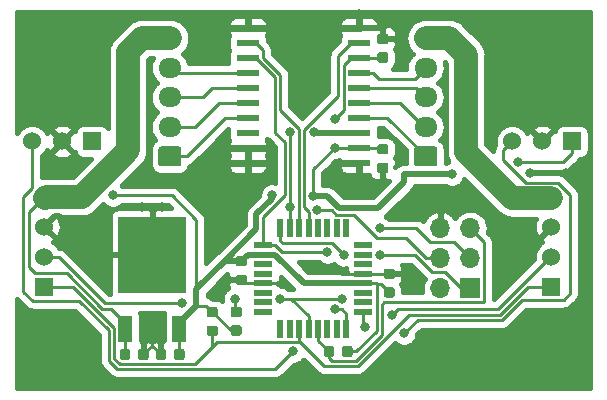
<source format=gbr>
G04 #@! TF.GenerationSoftware,KiCad,Pcbnew,(5.1.0-0)*
G04 #@! TF.CreationDate,2019-05-01T12:35:33-05:00*
G04 #@! TF.ProjectId,splitflap-pcb,73706c69-7466-46c6-9170-2d7063622e6b,rev?*
G04 #@! TF.SameCoordinates,Original*
G04 #@! TF.FileFunction,Copper,L1,Top*
G04 #@! TF.FilePolarity,Positive*
%FSLAX46Y46*%
G04 Gerber Fmt 4.6, Leading zero omitted, Abs format (unit mm)*
G04 Created by KiCad (PCBNEW (5.1.0-0)) date 2019-05-01 12:35:33*
%MOMM*%
%LPD*%
G04 APERTURE LIST*
%ADD10R,5.800000X6.400000*%
%ADD11R,1.200000X2.200000*%
%ADD12R,1.950000X0.600000*%
%ADD13R,1.700000X1.700000*%
%ADD14O,1.700000X1.700000*%
%ADD15R,1.600000X0.550000*%
%ADD16R,0.550000X1.600000*%
%ADD17C,0.100000*%
%ADD18C,0.875000*%
%ADD19C,1.700000*%
%ADD20O,1.950000X1.700000*%
%ADD21C,1.530000*%
%ADD22R,1.530000X1.530000*%
%ADD23R,1.524000X1.524000*%
%ADD24C,1.524000*%
%ADD25C,6.400000*%
%ADD26C,0.800000*%
%ADD27C,0.250000*%
%ADD28C,0.500000*%
%ADD29C,2.000000*%
%ADD30C,0.400000*%
G04 APERTURE END LIST*
D10*
X112192000Y-121268000D03*
D11*
X114472000Y-127568000D03*
X109912000Y-127568000D03*
D12*
X129700000Y-113513000D03*
X129700000Y-112243000D03*
X129700000Y-110973000D03*
X129700000Y-109703000D03*
X129700000Y-108433000D03*
X129700000Y-107163000D03*
X129700000Y-105893000D03*
X129700000Y-104623000D03*
X129700000Y-103353000D03*
X129700000Y-102083000D03*
X120300000Y-102083000D03*
X120300000Y-103353000D03*
X120300000Y-104623000D03*
X120300000Y-105893000D03*
X120300000Y-107163000D03*
X120300000Y-108433000D03*
X120300000Y-109703000D03*
X120300000Y-110973000D03*
X120300000Y-112243000D03*
X120300000Y-113513000D03*
D13*
X139116000Y-124130000D03*
D14*
X136576000Y-124130000D03*
X139116000Y-121590000D03*
X136576000Y-121590000D03*
X139116000Y-119050000D03*
X136576000Y-119050000D03*
D15*
X130082000Y-126092000D03*
X130082000Y-125292000D03*
X130082000Y-124492000D03*
X130082000Y-123692000D03*
X130082000Y-122892000D03*
X130082000Y-122092000D03*
X130082000Y-121292000D03*
X130082000Y-120492000D03*
D16*
X128632000Y-119042000D03*
X127832000Y-119042000D03*
X127032000Y-119042000D03*
X126232000Y-119042000D03*
X125432000Y-119042000D03*
X124632000Y-119042000D03*
X123832000Y-119042000D03*
X123032000Y-119042000D03*
D15*
X121582000Y-120492000D03*
X121582000Y-121292000D03*
X121582000Y-122092000D03*
X121582000Y-122892000D03*
X121582000Y-123692000D03*
X121582000Y-124492000D03*
X121582000Y-125292000D03*
X121582000Y-126092000D03*
D16*
X123032000Y-127542000D03*
X123832000Y-127542000D03*
X124632000Y-127542000D03*
X125432000Y-127542000D03*
X126232000Y-127542000D03*
X127032000Y-127542000D03*
X127832000Y-127542000D03*
X128632000Y-127542000D03*
D17*
G36*
X113168691Y-129244053D02*
G01*
X113189926Y-129247203D01*
X113210750Y-129252419D01*
X113230962Y-129259651D01*
X113250368Y-129268830D01*
X113268781Y-129279866D01*
X113286024Y-129292654D01*
X113301930Y-129307070D01*
X113316346Y-129322976D01*
X113329134Y-129340219D01*
X113340170Y-129358632D01*
X113349349Y-129378038D01*
X113356581Y-129398250D01*
X113361797Y-129419074D01*
X113364947Y-129440309D01*
X113366000Y-129461750D01*
X113366000Y-129974250D01*
X113364947Y-129995691D01*
X113361797Y-130016926D01*
X113356581Y-130037750D01*
X113349349Y-130057962D01*
X113340170Y-130077368D01*
X113329134Y-130095781D01*
X113316346Y-130113024D01*
X113301930Y-130128930D01*
X113286024Y-130143346D01*
X113268781Y-130156134D01*
X113250368Y-130167170D01*
X113230962Y-130176349D01*
X113210750Y-130183581D01*
X113189926Y-130188797D01*
X113168691Y-130191947D01*
X113147250Y-130193000D01*
X112709750Y-130193000D01*
X112688309Y-130191947D01*
X112667074Y-130188797D01*
X112646250Y-130183581D01*
X112626038Y-130176349D01*
X112606632Y-130167170D01*
X112588219Y-130156134D01*
X112570976Y-130143346D01*
X112555070Y-130128930D01*
X112540654Y-130113024D01*
X112527866Y-130095781D01*
X112516830Y-130077368D01*
X112507651Y-130057962D01*
X112500419Y-130037750D01*
X112495203Y-130016926D01*
X112492053Y-129995691D01*
X112491000Y-129974250D01*
X112491000Y-129461750D01*
X112492053Y-129440309D01*
X112495203Y-129419074D01*
X112500419Y-129398250D01*
X112507651Y-129378038D01*
X112516830Y-129358632D01*
X112527866Y-129340219D01*
X112540654Y-129322976D01*
X112555070Y-129307070D01*
X112570976Y-129292654D01*
X112588219Y-129279866D01*
X112606632Y-129268830D01*
X112626038Y-129259651D01*
X112646250Y-129252419D01*
X112667074Y-129247203D01*
X112688309Y-129244053D01*
X112709750Y-129243000D01*
X113147250Y-129243000D01*
X113168691Y-129244053D01*
X113168691Y-129244053D01*
G37*
D18*
X112928500Y-129718000D03*
D17*
G36*
X114743691Y-129244053D02*
G01*
X114764926Y-129247203D01*
X114785750Y-129252419D01*
X114805962Y-129259651D01*
X114825368Y-129268830D01*
X114843781Y-129279866D01*
X114861024Y-129292654D01*
X114876930Y-129307070D01*
X114891346Y-129322976D01*
X114904134Y-129340219D01*
X114915170Y-129358632D01*
X114924349Y-129378038D01*
X114931581Y-129398250D01*
X114936797Y-129419074D01*
X114939947Y-129440309D01*
X114941000Y-129461750D01*
X114941000Y-129974250D01*
X114939947Y-129995691D01*
X114936797Y-130016926D01*
X114931581Y-130037750D01*
X114924349Y-130057962D01*
X114915170Y-130077368D01*
X114904134Y-130095781D01*
X114891346Y-130113024D01*
X114876930Y-130128930D01*
X114861024Y-130143346D01*
X114843781Y-130156134D01*
X114825368Y-130167170D01*
X114805962Y-130176349D01*
X114785750Y-130183581D01*
X114764926Y-130188797D01*
X114743691Y-130191947D01*
X114722250Y-130193000D01*
X114284750Y-130193000D01*
X114263309Y-130191947D01*
X114242074Y-130188797D01*
X114221250Y-130183581D01*
X114201038Y-130176349D01*
X114181632Y-130167170D01*
X114163219Y-130156134D01*
X114145976Y-130143346D01*
X114130070Y-130128930D01*
X114115654Y-130113024D01*
X114102866Y-130095781D01*
X114091830Y-130077368D01*
X114082651Y-130057962D01*
X114075419Y-130037750D01*
X114070203Y-130016926D01*
X114067053Y-129995691D01*
X114066000Y-129974250D01*
X114066000Y-129461750D01*
X114067053Y-129440309D01*
X114070203Y-129419074D01*
X114075419Y-129398250D01*
X114082651Y-129378038D01*
X114091830Y-129358632D01*
X114102866Y-129340219D01*
X114115654Y-129322976D01*
X114130070Y-129307070D01*
X114145976Y-129292654D01*
X114163219Y-129279866D01*
X114181632Y-129268830D01*
X114201038Y-129259651D01*
X114221250Y-129252419D01*
X114242074Y-129247203D01*
X114263309Y-129244053D01*
X114284750Y-129243000D01*
X114722250Y-129243000D01*
X114743691Y-129244053D01*
X114743691Y-129244053D01*
G37*
D18*
X114503500Y-129718000D03*
D17*
G36*
X110120691Y-129244053D02*
G01*
X110141926Y-129247203D01*
X110162750Y-129252419D01*
X110182962Y-129259651D01*
X110202368Y-129268830D01*
X110220781Y-129279866D01*
X110238024Y-129292654D01*
X110253930Y-129307070D01*
X110268346Y-129322976D01*
X110281134Y-129340219D01*
X110292170Y-129358632D01*
X110301349Y-129378038D01*
X110308581Y-129398250D01*
X110313797Y-129419074D01*
X110316947Y-129440309D01*
X110318000Y-129461750D01*
X110318000Y-129974250D01*
X110316947Y-129995691D01*
X110313797Y-130016926D01*
X110308581Y-130037750D01*
X110301349Y-130057962D01*
X110292170Y-130077368D01*
X110281134Y-130095781D01*
X110268346Y-130113024D01*
X110253930Y-130128930D01*
X110238024Y-130143346D01*
X110220781Y-130156134D01*
X110202368Y-130167170D01*
X110182962Y-130176349D01*
X110162750Y-130183581D01*
X110141926Y-130188797D01*
X110120691Y-130191947D01*
X110099250Y-130193000D01*
X109661750Y-130193000D01*
X109640309Y-130191947D01*
X109619074Y-130188797D01*
X109598250Y-130183581D01*
X109578038Y-130176349D01*
X109558632Y-130167170D01*
X109540219Y-130156134D01*
X109522976Y-130143346D01*
X109507070Y-130128930D01*
X109492654Y-130113024D01*
X109479866Y-130095781D01*
X109468830Y-130077368D01*
X109459651Y-130057962D01*
X109452419Y-130037750D01*
X109447203Y-130016926D01*
X109444053Y-129995691D01*
X109443000Y-129974250D01*
X109443000Y-129461750D01*
X109444053Y-129440309D01*
X109447203Y-129419074D01*
X109452419Y-129398250D01*
X109459651Y-129378038D01*
X109468830Y-129358632D01*
X109479866Y-129340219D01*
X109492654Y-129322976D01*
X109507070Y-129307070D01*
X109522976Y-129292654D01*
X109540219Y-129279866D01*
X109558632Y-129268830D01*
X109578038Y-129259651D01*
X109598250Y-129252419D01*
X109619074Y-129247203D01*
X109640309Y-129244053D01*
X109661750Y-129243000D01*
X110099250Y-129243000D01*
X110120691Y-129244053D01*
X110120691Y-129244053D01*
G37*
D18*
X109880500Y-129718000D03*
D17*
G36*
X111695691Y-129244053D02*
G01*
X111716926Y-129247203D01*
X111737750Y-129252419D01*
X111757962Y-129259651D01*
X111777368Y-129268830D01*
X111795781Y-129279866D01*
X111813024Y-129292654D01*
X111828930Y-129307070D01*
X111843346Y-129322976D01*
X111856134Y-129340219D01*
X111867170Y-129358632D01*
X111876349Y-129378038D01*
X111883581Y-129398250D01*
X111888797Y-129419074D01*
X111891947Y-129440309D01*
X111893000Y-129461750D01*
X111893000Y-129974250D01*
X111891947Y-129995691D01*
X111888797Y-130016926D01*
X111883581Y-130037750D01*
X111876349Y-130057962D01*
X111867170Y-130077368D01*
X111856134Y-130095781D01*
X111843346Y-130113024D01*
X111828930Y-130128930D01*
X111813024Y-130143346D01*
X111795781Y-130156134D01*
X111777368Y-130167170D01*
X111757962Y-130176349D01*
X111737750Y-130183581D01*
X111716926Y-130188797D01*
X111695691Y-130191947D01*
X111674250Y-130193000D01*
X111236750Y-130193000D01*
X111215309Y-130191947D01*
X111194074Y-130188797D01*
X111173250Y-130183581D01*
X111153038Y-130176349D01*
X111133632Y-130167170D01*
X111115219Y-130156134D01*
X111097976Y-130143346D01*
X111082070Y-130128930D01*
X111067654Y-130113024D01*
X111054866Y-130095781D01*
X111043830Y-130077368D01*
X111034651Y-130057962D01*
X111027419Y-130037750D01*
X111022203Y-130016926D01*
X111019053Y-129995691D01*
X111018000Y-129974250D01*
X111018000Y-129461750D01*
X111019053Y-129440309D01*
X111022203Y-129419074D01*
X111027419Y-129398250D01*
X111034651Y-129378038D01*
X111043830Y-129358632D01*
X111054866Y-129340219D01*
X111067654Y-129322976D01*
X111082070Y-129307070D01*
X111097976Y-129292654D01*
X111115219Y-129279866D01*
X111133632Y-129268830D01*
X111153038Y-129259651D01*
X111173250Y-129252419D01*
X111194074Y-129247203D01*
X111215309Y-129244053D01*
X111236750Y-129243000D01*
X111674250Y-129243000D01*
X111695691Y-129244053D01*
X111695691Y-129244053D01*
G37*
D18*
X111455500Y-129718000D03*
D17*
G36*
X120027691Y-122957053D02*
G01*
X120048926Y-122960203D01*
X120069750Y-122965419D01*
X120089962Y-122972651D01*
X120109368Y-122981830D01*
X120127781Y-122992866D01*
X120145024Y-123005654D01*
X120160930Y-123020070D01*
X120175346Y-123035976D01*
X120188134Y-123053219D01*
X120199170Y-123071632D01*
X120208349Y-123091038D01*
X120215581Y-123111250D01*
X120220797Y-123132074D01*
X120223947Y-123153309D01*
X120225000Y-123174750D01*
X120225000Y-123612250D01*
X120223947Y-123633691D01*
X120220797Y-123654926D01*
X120215581Y-123675750D01*
X120208349Y-123695962D01*
X120199170Y-123715368D01*
X120188134Y-123733781D01*
X120175346Y-123751024D01*
X120160930Y-123766930D01*
X120145024Y-123781346D01*
X120127781Y-123794134D01*
X120109368Y-123805170D01*
X120089962Y-123814349D01*
X120069750Y-123821581D01*
X120048926Y-123826797D01*
X120027691Y-123829947D01*
X120006250Y-123831000D01*
X119493750Y-123831000D01*
X119472309Y-123829947D01*
X119451074Y-123826797D01*
X119430250Y-123821581D01*
X119410038Y-123814349D01*
X119390632Y-123805170D01*
X119372219Y-123794134D01*
X119354976Y-123781346D01*
X119339070Y-123766930D01*
X119324654Y-123751024D01*
X119311866Y-123733781D01*
X119300830Y-123715368D01*
X119291651Y-123695962D01*
X119284419Y-123675750D01*
X119279203Y-123654926D01*
X119276053Y-123633691D01*
X119275000Y-123612250D01*
X119275000Y-123174750D01*
X119276053Y-123153309D01*
X119279203Y-123132074D01*
X119284419Y-123111250D01*
X119291651Y-123091038D01*
X119300830Y-123071632D01*
X119311866Y-123053219D01*
X119324654Y-123035976D01*
X119339070Y-123020070D01*
X119354976Y-123005654D01*
X119372219Y-122992866D01*
X119390632Y-122981830D01*
X119410038Y-122972651D01*
X119430250Y-122965419D01*
X119451074Y-122960203D01*
X119472309Y-122957053D01*
X119493750Y-122956000D01*
X120006250Y-122956000D01*
X120027691Y-122957053D01*
X120027691Y-122957053D01*
G37*
D18*
X119750000Y-123393500D03*
D17*
G36*
X120027691Y-121382053D02*
G01*
X120048926Y-121385203D01*
X120069750Y-121390419D01*
X120089962Y-121397651D01*
X120109368Y-121406830D01*
X120127781Y-121417866D01*
X120145024Y-121430654D01*
X120160930Y-121445070D01*
X120175346Y-121460976D01*
X120188134Y-121478219D01*
X120199170Y-121496632D01*
X120208349Y-121516038D01*
X120215581Y-121536250D01*
X120220797Y-121557074D01*
X120223947Y-121578309D01*
X120225000Y-121599750D01*
X120225000Y-122037250D01*
X120223947Y-122058691D01*
X120220797Y-122079926D01*
X120215581Y-122100750D01*
X120208349Y-122120962D01*
X120199170Y-122140368D01*
X120188134Y-122158781D01*
X120175346Y-122176024D01*
X120160930Y-122191930D01*
X120145024Y-122206346D01*
X120127781Y-122219134D01*
X120109368Y-122230170D01*
X120089962Y-122239349D01*
X120069750Y-122246581D01*
X120048926Y-122251797D01*
X120027691Y-122254947D01*
X120006250Y-122256000D01*
X119493750Y-122256000D01*
X119472309Y-122254947D01*
X119451074Y-122251797D01*
X119430250Y-122246581D01*
X119410038Y-122239349D01*
X119390632Y-122230170D01*
X119372219Y-122219134D01*
X119354976Y-122206346D01*
X119339070Y-122191930D01*
X119324654Y-122176024D01*
X119311866Y-122158781D01*
X119300830Y-122140368D01*
X119291651Y-122120962D01*
X119284419Y-122100750D01*
X119279203Y-122079926D01*
X119276053Y-122058691D01*
X119275000Y-122037250D01*
X119275000Y-121599750D01*
X119276053Y-121578309D01*
X119279203Y-121557074D01*
X119284419Y-121536250D01*
X119291651Y-121516038D01*
X119300830Y-121496632D01*
X119311866Y-121478219D01*
X119324654Y-121460976D01*
X119339070Y-121445070D01*
X119354976Y-121430654D01*
X119372219Y-121417866D01*
X119390632Y-121406830D01*
X119410038Y-121397651D01*
X119430250Y-121390419D01*
X119451074Y-121385203D01*
X119472309Y-121382053D01*
X119493750Y-121381000D01*
X120006250Y-121381000D01*
X120027691Y-121382053D01*
X120027691Y-121382053D01*
G37*
D18*
X119750000Y-121818500D03*
D17*
G36*
X128967691Y-128990053D02*
G01*
X128988926Y-128993203D01*
X129009750Y-128998419D01*
X129029962Y-129005651D01*
X129049368Y-129014830D01*
X129067781Y-129025866D01*
X129085024Y-129038654D01*
X129100930Y-129053070D01*
X129115346Y-129068976D01*
X129128134Y-129086219D01*
X129139170Y-129104632D01*
X129148349Y-129124038D01*
X129155581Y-129144250D01*
X129160797Y-129165074D01*
X129163947Y-129186309D01*
X129165000Y-129207750D01*
X129165000Y-129720250D01*
X129163947Y-129741691D01*
X129160797Y-129762926D01*
X129155581Y-129783750D01*
X129148349Y-129803962D01*
X129139170Y-129823368D01*
X129128134Y-129841781D01*
X129115346Y-129859024D01*
X129100930Y-129874930D01*
X129085024Y-129889346D01*
X129067781Y-129902134D01*
X129049368Y-129913170D01*
X129029962Y-129922349D01*
X129009750Y-129929581D01*
X128988926Y-129934797D01*
X128967691Y-129937947D01*
X128946250Y-129939000D01*
X128508750Y-129939000D01*
X128487309Y-129937947D01*
X128466074Y-129934797D01*
X128445250Y-129929581D01*
X128425038Y-129922349D01*
X128405632Y-129913170D01*
X128387219Y-129902134D01*
X128369976Y-129889346D01*
X128354070Y-129874930D01*
X128339654Y-129859024D01*
X128326866Y-129841781D01*
X128315830Y-129823368D01*
X128306651Y-129803962D01*
X128299419Y-129783750D01*
X128294203Y-129762926D01*
X128291053Y-129741691D01*
X128290000Y-129720250D01*
X128290000Y-129207750D01*
X128291053Y-129186309D01*
X128294203Y-129165074D01*
X128299419Y-129144250D01*
X128306651Y-129124038D01*
X128315830Y-129104632D01*
X128326866Y-129086219D01*
X128339654Y-129068976D01*
X128354070Y-129053070D01*
X128369976Y-129038654D01*
X128387219Y-129025866D01*
X128405632Y-129014830D01*
X128425038Y-129005651D01*
X128445250Y-128998419D01*
X128466074Y-128993203D01*
X128487309Y-128990053D01*
X128508750Y-128989000D01*
X128946250Y-128989000D01*
X128967691Y-128990053D01*
X128967691Y-128990053D01*
G37*
D18*
X128727500Y-129464000D03*
D17*
G36*
X127392691Y-128990053D02*
G01*
X127413926Y-128993203D01*
X127434750Y-128998419D01*
X127454962Y-129005651D01*
X127474368Y-129014830D01*
X127492781Y-129025866D01*
X127510024Y-129038654D01*
X127525930Y-129053070D01*
X127540346Y-129068976D01*
X127553134Y-129086219D01*
X127564170Y-129104632D01*
X127573349Y-129124038D01*
X127580581Y-129144250D01*
X127585797Y-129165074D01*
X127588947Y-129186309D01*
X127590000Y-129207750D01*
X127590000Y-129720250D01*
X127588947Y-129741691D01*
X127585797Y-129762926D01*
X127580581Y-129783750D01*
X127573349Y-129803962D01*
X127564170Y-129823368D01*
X127553134Y-129841781D01*
X127540346Y-129859024D01*
X127525930Y-129874930D01*
X127510024Y-129889346D01*
X127492781Y-129902134D01*
X127474368Y-129913170D01*
X127454962Y-129922349D01*
X127434750Y-129929581D01*
X127413926Y-129934797D01*
X127392691Y-129937947D01*
X127371250Y-129939000D01*
X126933750Y-129939000D01*
X126912309Y-129937947D01*
X126891074Y-129934797D01*
X126870250Y-129929581D01*
X126850038Y-129922349D01*
X126830632Y-129913170D01*
X126812219Y-129902134D01*
X126794976Y-129889346D01*
X126779070Y-129874930D01*
X126764654Y-129859024D01*
X126751866Y-129841781D01*
X126740830Y-129823368D01*
X126731651Y-129803962D01*
X126724419Y-129783750D01*
X126719203Y-129762926D01*
X126716053Y-129741691D01*
X126715000Y-129720250D01*
X126715000Y-129207750D01*
X126716053Y-129186309D01*
X126719203Y-129165074D01*
X126724419Y-129144250D01*
X126731651Y-129124038D01*
X126740830Y-129104632D01*
X126751866Y-129086219D01*
X126764654Y-129068976D01*
X126779070Y-129053070D01*
X126794976Y-129038654D01*
X126812219Y-129025866D01*
X126830632Y-129014830D01*
X126850038Y-129005651D01*
X126870250Y-128998419D01*
X126891074Y-128993203D01*
X126912309Y-128990053D01*
X126933750Y-128989000D01*
X127371250Y-128989000D01*
X127392691Y-128990053D01*
X127392691Y-128990053D01*
G37*
D18*
X127152500Y-129464000D03*
D17*
G36*
X117549691Y-127275053D02*
G01*
X117570926Y-127278203D01*
X117591750Y-127283419D01*
X117611962Y-127290651D01*
X117631368Y-127299830D01*
X117649781Y-127310866D01*
X117667024Y-127323654D01*
X117682930Y-127338070D01*
X117697346Y-127353976D01*
X117710134Y-127371219D01*
X117721170Y-127389632D01*
X117730349Y-127409038D01*
X117737581Y-127429250D01*
X117742797Y-127450074D01*
X117745947Y-127471309D01*
X117747000Y-127492750D01*
X117747000Y-127930250D01*
X117745947Y-127951691D01*
X117742797Y-127972926D01*
X117737581Y-127993750D01*
X117730349Y-128013962D01*
X117721170Y-128033368D01*
X117710134Y-128051781D01*
X117697346Y-128069024D01*
X117682930Y-128084930D01*
X117667024Y-128099346D01*
X117649781Y-128112134D01*
X117631368Y-128123170D01*
X117611962Y-128132349D01*
X117591750Y-128139581D01*
X117570926Y-128144797D01*
X117549691Y-128147947D01*
X117528250Y-128149000D01*
X117015750Y-128149000D01*
X116994309Y-128147947D01*
X116973074Y-128144797D01*
X116952250Y-128139581D01*
X116932038Y-128132349D01*
X116912632Y-128123170D01*
X116894219Y-128112134D01*
X116876976Y-128099346D01*
X116861070Y-128084930D01*
X116846654Y-128069024D01*
X116833866Y-128051781D01*
X116822830Y-128033368D01*
X116813651Y-128013962D01*
X116806419Y-127993750D01*
X116801203Y-127972926D01*
X116798053Y-127951691D01*
X116797000Y-127930250D01*
X116797000Y-127492750D01*
X116798053Y-127471309D01*
X116801203Y-127450074D01*
X116806419Y-127429250D01*
X116813651Y-127409038D01*
X116822830Y-127389632D01*
X116833866Y-127371219D01*
X116846654Y-127353976D01*
X116861070Y-127338070D01*
X116876976Y-127323654D01*
X116894219Y-127310866D01*
X116912632Y-127299830D01*
X116932038Y-127290651D01*
X116952250Y-127283419D01*
X116973074Y-127278203D01*
X116994309Y-127275053D01*
X117015750Y-127274000D01*
X117528250Y-127274000D01*
X117549691Y-127275053D01*
X117549691Y-127275053D01*
G37*
D18*
X117272000Y-127711500D03*
D17*
G36*
X117549691Y-125700053D02*
G01*
X117570926Y-125703203D01*
X117591750Y-125708419D01*
X117611962Y-125715651D01*
X117631368Y-125724830D01*
X117649781Y-125735866D01*
X117667024Y-125748654D01*
X117682930Y-125763070D01*
X117697346Y-125778976D01*
X117710134Y-125796219D01*
X117721170Y-125814632D01*
X117730349Y-125834038D01*
X117737581Y-125854250D01*
X117742797Y-125875074D01*
X117745947Y-125896309D01*
X117747000Y-125917750D01*
X117747000Y-126355250D01*
X117745947Y-126376691D01*
X117742797Y-126397926D01*
X117737581Y-126418750D01*
X117730349Y-126438962D01*
X117721170Y-126458368D01*
X117710134Y-126476781D01*
X117697346Y-126494024D01*
X117682930Y-126509930D01*
X117667024Y-126524346D01*
X117649781Y-126537134D01*
X117631368Y-126548170D01*
X117611962Y-126557349D01*
X117591750Y-126564581D01*
X117570926Y-126569797D01*
X117549691Y-126572947D01*
X117528250Y-126574000D01*
X117015750Y-126574000D01*
X116994309Y-126572947D01*
X116973074Y-126569797D01*
X116952250Y-126564581D01*
X116932038Y-126557349D01*
X116912632Y-126548170D01*
X116894219Y-126537134D01*
X116876976Y-126524346D01*
X116861070Y-126509930D01*
X116846654Y-126494024D01*
X116833866Y-126476781D01*
X116822830Y-126458368D01*
X116813651Y-126438962D01*
X116806419Y-126418750D01*
X116801203Y-126397926D01*
X116798053Y-126376691D01*
X116797000Y-126355250D01*
X116797000Y-125917750D01*
X116798053Y-125896309D01*
X116801203Y-125875074D01*
X116806419Y-125854250D01*
X116813651Y-125834038D01*
X116822830Y-125814632D01*
X116833866Y-125796219D01*
X116846654Y-125778976D01*
X116861070Y-125763070D01*
X116876976Y-125748654D01*
X116894219Y-125735866D01*
X116912632Y-125724830D01*
X116932038Y-125715651D01*
X116952250Y-125708419D01*
X116973074Y-125703203D01*
X116994309Y-125700053D01*
X117015750Y-125699000D01*
X117528250Y-125699000D01*
X117549691Y-125700053D01*
X117549691Y-125700053D01*
G37*
D18*
X117272000Y-126136500D03*
D17*
G36*
X119581691Y-125678053D02*
G01*
X119602926Y-125681203D01*
X119623750Y-125686419D01*
X119643962Y-125693651D01*
X119663368Y-125702830D01*
X119681781Y-125713866D01*
X119699024Y-125726654D01*
X119714930Y-125741070D01*
X119729346Y-125756976D01*
X119742134Y-125774219D01*
X119753170Y-125792632D01*
X119762349Y-125812038D01*
X119769581Y-125832250D01*
X119774797Y-125853074D01*
X119777947Y-125874309D01*
X119779000Y-125895750D01*
X119779000Y-126333250D01*
X119777947Y-126354691D01*
X119774797Y-126375926D01*
X119769581Y-126396750D01*
X119762349Y-126416962D01*
X119753170Y-126436368D01*
X119742134Y-126454781D01*
X119729346Y-126472024D01*
X119714930Y-126487930D01*
X119699024Y-126502346D01*
X119681781Y-126515134D01*
X119663368Y-126526170D01*
X119643962Y-126535349D01*
X119623750Y-126542581D01*
X119602926Y-126547797D01*
X119581691Y-126550947D01*
X119560250Y-126552000D01*
X119047750Y-126552000D01*
X119026309Y-126550947D01*
X119005074Y-126547797D01*
X118984250Y-126542581D01*
X118964038Y-126535349D01*
X118944632Y-126526170D01*
X118926219Y-126515134D01*
X118908976Y-126502346D01*
X118893070Y-126487930D01*
X118878654Y-126472024D01*
X118865866Y-126454781D01*
X118854830Y-126436368D01*
X118845651Y-126416962D01*
X118838419Y-126396750D01*
X118833203Y-126375926D01*
X118830053Y-126354691D01*
X118829000Y-126333250D01*
X118829000Y-125895750D01*
X118830053Y-125874309D01*
X118833203Y-125853074D01*
X118838419Y-125832250D01*
X118845651Y-125812038D01*
X118854830Y-125792632D01*
X118865866Y-125774219D01*
X118878654Y-125756976D01*
X118893070Y-125741070D01*
X118908976Y-125726654D01*
X118926219Y-125713866D01*
X118944632Y-125702830D01*
X118964038Y-125693651D01*
X118984250Y-125686419D01*
X119005074Y-125681203D01*
X119026309Y-125678053D01*
X119047750Y-125677000D01*
X119560250Y-125677000D01*
X119581691Y-125678053D01*
X119581691Y-125678053D01*
G37*
D18*
X119304000Y-126114500D03*
D17*
G36*
X119581691Y-127253053D02*
G01*
X119602926Y-127256203D01*
X119623750Y-127261419D01*
X119643962Y-127268651D01*
X119663368Y-127277830D01*
X119681781Y-127288866D01*
X119699024Y-127301654D01*
X119714930Y-127316070D01*
X119729346Y-127331976D01*
X119742134Y-127349219D01*
X119753170Y-127367632D01*
X119762349Y-127387038D01*
X119769581Y-127407250D01*
X119774797Y-127428074D01*
X119777947Y-127449309D01*
X119779000Y-127470750D01*
X119779000Y-127908250D01*
X119777947Y-127929691D01*
X119774797Y-127950926D01*
X119769581Y-127971750D01*
X119762349Y-127991962D01*
X119753170Y-128011368D01*
X119742134Y-128029781D01*
X119729346Y-128047024D01*
X119714930Y-128062930D01*
X119699024Y-128077346D01*
X119681781Y-128090134D01*
X119663368Y-128101170D01*
X119643962Y-128110349D01*
X119623750Y-128117581D01*
X119602926Y-128122797D01*
X119581691Y-128125947D01*
X119560250Y-128127000D01*
X119047750Y-128127000D01*
X119026309Y-128125947D01*
X119005074Y-128122797D01*
X118984250Y-128117581D01*
X118964038Y-128110349D01*
X118944632Y-128101170D01*
X118926219Y-128090134D01*
X118908976Y-128077346D01*
X118893070Y-128062930D01*
X118878654Y-128047024D01*
X118865866Y-128029781D01*
X118854830Y-128011368D01*
X118845651Y-127991962D01*
X118838419Y-127971750D01*
X118833203Y-127950926D01*
X118830053Y-127929691D01*
X118829000Y-127908250D01*
X118829000Y-127470750D01*
X118830053Y-127449309D01*
X118833203Y-127428074D01*
X118838419Y-127407250D01*
X118845651Y-127387038D01*
X118854830Y-127367632D01*
X118865866Y-127349219D01*
X118878654Y-127331976D01*
X118893070Y-127316070D01*
X118908976Y-127301654D01*
X118926219Y-127288866D01*
X118944632Y-127277830D01*
X118964038Y-127268651D01*
X118984250Y-127261419D01*
X119005074Y-127256203D01*
X119026309Y-127253053D01*
X119047750Y-127252000D01*
X119560250Y-127252000D01*
X119581691Y-127253053D01*
X119581691Y-127253053D01*
G37*
D18*
X119304000Y-127689500D03*
D17*
G36*
X114440104Y-112105204D02*
G01*
X114464373Y-112108804D01*
X114488171Y-112114765D01*
X114511271Y-112123030D01*
X114533449Y-112133520D01*
X114554493Y-112146133D01*
X114574198Y-112160747D01*
X114592377Y-112177223D01*
X114608853Y-112195402D01*
X114623467Y-112215107D01*
X114636080Y-112236151D01*
X114646570Y-112258329D01*
X114654835Y-112281429D01*
X114660796Y-112305227D01*
X114664396Y-112329496D01*
X114665600Y-112354000D01*
X114665600Y-113554000D01*
X114664396Y-113578504D01*
X114660796Y-113602773D01*
X114654835Y-113626571D01*
X114646570Y-113649671D01*
X114636080Y-113671849D01*
X114623467Y-113692893D01*
X114608853Y-113712598D01*
X114592377Y-113730777D01*
X114574198Y-113747253D01*
X114554493Y-113761867D01*
X114533449Y-113774480D01*
X114511271Y-113784970D01*
X114488171Y-113793235D01*
X114464373Y-113799196D01*
X114440104Y-113802796D01*
X114415600Y-113804000D01*
X112965600Y-113804000D01*
X112941096Y-113802796D01*
X112916827Y-113799196D01*
X112893029Y-113793235D01*
X112869929Y-113784970D01*
X112847751Y-113774480D01*
X112826707Y-113761867D01*
X112807002Y-113747253D01*
X112788823Y-113730777D01*
X112772347Y-113712598D01*
X112757733Y-113692893D01*
X112745120Y-113671849D01*
X112734630Y-113649671D01*
X112726365Y-113626571D01*
X112720404Y-113602773D01*
X112716804Y-113578504D01*
X112715600Y-113554000D01*
X112715600Y-112354000D01*
X112716804Y-112329496D01*
X112720404Y-112305227D01*
X112726365Y-112281429D01*
X112734630Y-112258329D01*
X112745120Y-112236151D01*
X112757733Y-112215107D01*
X112772347Y-112195402D01*
X112788823Y-112177223D01*
X112807002Y-112160747D01*
X112826707Y-112146133D01*
X112847751Y-112133520D01*
X112869929Y-112123030D01*
X112893029Y-112114765D01*
X112916827Y-112108804D01*
X112941096Y-112105204D01*
X112965600Y-112104000D01*
X114415600Y-112104000D01*
X114440104Y-112105204D01*
X114440104Y-112105204D01*
G37*
D19*
X113690600Y-112954000D03*
D20*
X113690600Y-110454000D03*
X113690600Y-107954000D03*
X113690600Y-105454000D03*
X113690600Y-102954000D03*
X135356800Y-102954000D03*
X135356800Y-105454000D03*
X135356800Y-107954000D03*
X135356800Y-110454000D03*
D17*
G36*
X136106304Y-112105204D02*
G01*
X136130573Y-112108804D01*
X136154371Y-112114765D01*
X136177471Y-112123030D01*
X136199649Y-112133520D01*
X136220693Y-112146133D01*
X136240398Y-112160747D01*
X136258577Y-112177223D01*
X136275053Y-112195402D01*
X136289667Y-112215107D01*
X136302280Y-112236151D01*
X136312770Y-112258329D01*
X136321035Y-112281429D01*
X136326996Y-112305227D01*
X136330596Y-112329496D01*
X136331800Y-112354000D01*
X136331800Y-113554000D01*
X136330596Y-113578504D01*
X136326996Y-113602773D01*
X136321035Y-113626571D01*
X136312770Y-113649671D01*
X136302280Y-113671849D01*
X136289667Y-113692893D01*
X136275053Y-113712598D01*
X136258577Y-113730777D01*
X136240398Y-113747253D01*
X136220693Y-113761867D01*
X136199649Y-113774480D01*
X136177471Y-113784970D01*
X136154371Y-113793235D01*
X136130573Y-113799196D01*
X136106304Y-113802796D01*
X136081800Y-113804000D01*
X134631800Y-113804000D01*
X134607296Y-113802796D01*
X134583027Y-113799196D01*
X134559229Y-113793235D01*
X134536129Y-113784970D01*
X134513951Y-113774480D01*
X134492907Y-113761867D01*
X134473202Y-113747253D01*
X134455023Y-113730777D01*
X134438547Y-113712598D01*
X134423933Y-113692893D01*
X134411320Y-113671849D01*
X134400830Y-113649671D01*
X134392565Y-113626571D01*
X134386604Y-113602773D01*
X134383004Y-113578504D01*
X134381800Y-113554000D01*
X134381800Y-112354000D01*
X134383004Y-112329496D01*
X134386604Y-112305227D01*
X134392565Y-112281429D01*
X134400830Y-112258329D01*
X134411320Y-112236151D01*
X134423933Y-112215107D01*
X134438547Y-112195402D01*
X134455023Y-112177223D01*
X134473202Y-112160747D01*
X134492907Y-112146133D01*
X134513951Y-112133520D01*
X134536129Y-112123030D01*
X134559229Y-112114765D01*
X134583027Y-112108804D01*
X134607296Y-112105204D01*
X134631800Y-112104000D01*
X136081800Y-112104000D01*
X136106304Y-112105204D01*
X136106304Y-112105204D01*
G37*
D19*
X135356800Y-112954000D03*
D17*
G36*
X132002291Y-111907853D02*
G01*
X132023526Y-111911003D01*
X132044350Y-111916219D01*
X132064562Y-111923451D01*
X132083968Y-111932630D01*
X132102381Y-111943666D01*
X132119624Y-111956454D01*
X132135530Y-111970870D01*
X132149946Y-111986776D01*
X132162734Y-112004019D01*
X132173770Y-112022432D01*
X132182949Y-112041838D01*
X132190181Y-112062050D01*
X132195397Y-112082874D01*
X132198547Y-112104109D01*
X132199600Y-112125550D01*
X132199600Y-112563050D01*
X132198547Y-112584491D01*
X132195397Y-112605726D01*
X132190181Y-112626550D01*
X132182949Y-112646762D01*
X132173770Y-112666168D01*
X132162734Y-112684581D01*
X132149946Y-112701824D01*
X132135530Y-112717730D01*
X132119624Y-112732146D01*
X132102381Y-112744934D01*
X132083968Y-112755970D01*
X132064562Y-112765149D01*
X132044350Y-112772381D01*
X132023526Y-112777597D01*
X132002291Y-112780747D01*
X131980850Y-112781800D01*
X131468350Y-112781800D01*
X131446909Y-112780747D01*
X131425674Y-112777597D01*
X131404850Y-112772381D01*
X131384638Y-112765149D01*
X131365232Y-112755970D01*
X131346819Y-112744934D01*
X131329576Y-112732146D01*
X131313670Y-112717730D01*
X131299254Y-112701824D01*
X131286466Y-112684581D01*
X131275430Y-112666168D01*
X131266251Y-112646762D01*
X131259019Y-112626550D01*
X131253803Y-112605726D01*
X131250653Y-112584491D01*
X131249600Y-112563050D01*
X131249600Y-112125550D01*
X131250653Y-112104109D01*
X131253803Y-112082874D01*
X131259019Y-112062050D01*
X131266251Y-112041838D01*
X131275430Y-112022432D01*
X131286466Y-112004019D01*
X131299254Y-111986776D01*
X131313670Y-111970870D01*
X131329576Y-111956454D01*
X131346819Y-111943666D01*
X131365232Y-111932630D01*
X131384638Y-111923451D01*
X131404850Y-111916219D01*
X131425674Y-111911003D01*
X131446909Y-111907853D01*
X131468350Y-111906800D01*
X131980850Y-111906800D01*
X132002291Y-111907853D01*
X132002291Y-111907853D01*
G37*
D18*
X131724600Y-112344300D03*
D17*
G36*
X132002291Y-113482853D02*
G01*
X132023526Y-113486003D01*
X132044350Y-113491219D01*
X132064562Y-113498451D01*
X132083968Y-113507630D01*
X132102381Y-113518666D01*
X132119624Y-113531454D01*
X132135530Y-113545870D01*
X132149946Y-113561776D01*
X132162734Y-113579019D01*
X132173770Y-113597432D01*
X132182949Y-113616838D01*
X132190181Y-113637050D01*
X132195397Y-113657874D01*
X132198547Y-113679109D01*
X132199600Y-113700550D01*
X132199600Y-114138050D01*
X132198547Y-114159491D01*
X132195397Y-114180726D01*
X132190181Y-114201550D01*
X132182949Y-114221762D01*
X132173770Y-114241168D01*
X132162734Y-114259581D01*
X132149946Y-114276824D01*
X132135530Y-114292730D01*
X132119624Y-114307146D01*
X132102381Y-114319934D01*
X132083968Y-114330970D01*
X132064562Y-114340149D01*
X132044350Y-114347381D01*
X132023526Y-114352597D01*
X132002291Y-114355747D01*
X131980850Y-114356800D01*
X131468350Y-114356800D01*
X131446909Y-114355747D01*
X131425674Y-114352597D01*
X131404850Y-114347381D01*
X131384638Y-114340149D01*
X131365232Y-114330970D01*
X131346819Y-114319934D01*
X131329576Y-114307146D01*
X131313670Y-114292730D01*
X131299254Y-114276824D01*
X131286466Y-114259581D01*
X131275430Y-114241168D01*
X131266251Y-114221762D01*
X131259019Y-114201550D01*
X131253803Y-114180726D01*
X131250653Y-114159491D01*
X131249600Y-114138050D01*
X131249600Y-113700550D01*
X131250653Y-113679109D01*
X131253803Y-113657874D01*
X131259019Y-113637050D01*
X131266251Y-113616838D01*
X131275430Y-113597432D01*
X131286466Y-113579019D01*
X131299254Y-113561776D01*
X131313670Y-113545870D01*
X131329576Y-113531454D01*
X131346819Y-113518666D01*
X131365232Y-113507630D01*
X131384638Y-113498451D01*
X131404850Y-113491219D01*
X131425674Y-113486003D01*
X131446909Y-113482853D01*
X131468350Y-113481800D01*
X131980850Y-113481800D01*
X132002291Y-113482853D01*
X132002291Y-113482853D01*
G37*
D18*
X131724600Y-113919300D03*
D21*
X103048000Y-121460000D03*
D22*
X103048000Y-124000000D03*
D21*
X103048000Y-118920000D03*
X103048000Y-116380000D03*
D23*
X107112000Y-111684000D03*
D24*
X104572000Y-111684000D03*
X102032000Y-111684000D03*
X142672000Y-111684000D03*
X145212000Y-111684000D03*
D23*
X147752000Y-111684000D03*
D21*
X145974000Y-121460000D03*
D22*
X145974000Y-124000000D03*
D21*
X145974000Y-118920000D03*
X145974000Y-116380000D03*
D25*
X145974000Y-104064000D03*
X104064000Y-129210000D03*
X104064000Y-104064000D03*
X145974000Y-129210000D03*
D17*
G36*
X132535691Y-122448853D02*
G01*
X132556926Y-122452003D01*
X132577750Y-122457219D01*
X132597962Y-122464451D01*
X132617368Y-122473630D01*
X132635781Y-122484666D01*
X132653024Y-122497454D01*
X132668930Y-122511870D01*
X132683346Y-122527776D01*
X132696134Y-122545019D01*
X132707170Y-122563432D01*
X132716349Y-122582838D01*
X132723581Y-122603050D01*
X132728797Y-122623874D01*
X132731947Y-122645109D01*
X132733000Y-122666550D01*
X132733000Y-123104050D01*
X132731947Y-123125491D01*
X132728797Y-123146726D01*
X132723581Y-123167550D01*
X132716349Y-123187762D01*
X132707170Y-123207168D01*
X132696134Y-123225581D01*
X132683346Y-123242824D01*
X132668930Y-123258730D01*
X132653024Y-123273146D01*
X132635781Y-123285934D01*
X132617368Y-123296970D01*
X132597962Y-123306149D01*
X132577750Y-123313381D01*
X132556926Y-123318597D01*
X132535691Y-123321747D01*
X132514250Y-123322800D01*
X132001750Y-123322800D01*
X131980309Y-123321747D01*
X131959074Y-123318597D01*
X131938250Y-123313381D01*
X131918038Y-123306149D01*
X131898632Y-123296970D01*
X131880219Y-123285934D01*
X131862976Y-123273146D01*
X131847070Y-123258730D01*
X131832654Y-123242824D01*
X131819866Y-123225581D01*
X131808830Y-123207168D01*
X131799651Y-123187762D01*
X131792419Y-123167550D01*
X131787203Y-123146726D01*
X131784053Y-123125491D01*
X131783000Y-123104050D01*
X131783000Y-122666550D01*
X131784053Y-122645109D01*
X131787203Y-122623874D01*
X131792419Y-122603050D01*
X131799651Y-122582838D01*
X131808830Y-122563432D01*
X131819866Y-122545019D01*
X131832654Y-122527776D01*
X131847070Y-122511870D01*
X131862976Y-122497454D01*
X131880219Y-122484666D01*
X131898632Y-122473630D01*
X131918038Y-122464451D01*
X131938250Y-122457219D01*
X131959074Y-122452003D01*
X131980309Y-122448853D01*
X132001750Y-122447800D01*
X132514250Y-122447800D01*
X132535691Y-122448853D01*
X132535691Y-122448853D01*
G37*
D18*
X132258000Y-122885300D03*
D17*
G36*
X132535691Y-124023853D02*
G01*
X132556926Y-124027003D01*
X132577750Y-124032219D01*
X132597962Y-124039451D01*
X132617368Y-124048630D01*
X132635781Y-124059666D01*
X132653024Y-124072454D01*
X132668930Y-124086870D01*
X132683346Y-124102776D01*
X132696134Y-124120019D01*
X132707170Y-124138432D01*
X132716349Y-124157838D01*
X132723581Y-124178050D01*
X132728797Y-124198874D01*
X132731947Y-124220109D01*
X132733000Y-124241550D01*
X132733000Y-124679050D01*
X132731947Y-124700491D01*
X132728797Y-124721726D01*
X132723581Y-124742550D01*
X132716349Y-124762762D01*
X132707170Y-124782168D01*
X132696134Y-124800581D01*
X132683346Y-124817824D01*
X132668930Y-124833730D01*
X132653024Y-124848146D01*
X132635781Y-124860934D01*
X132617368Y-124871970D01*
X132597962Y-124881149D01*
X132577750Y-124888381D01*
X132556926Y-124893597D01*
X132535691Y-124896747D01*
X132514250Y-124897800D01*
X132001750Y-124897800D01*
X131980309Y-124896747D01*
X131959074Y-124893597D01*
X131938250Y-124888381D01*
X131918038Y-124881149D01*
X131898632Y-124871970D01*
X131880219Y-124860934D01*
X131862976Y-124848146D01*
X131847070Y-124833730D01*
X131832654Y-124817824D01*
X131819866Y-124800581D01*
X131808830Y-124782168D01*
X131799651Y-124762762D01*
X131792419Y-124742550D01*
X131787203Y-124721726D01*
X131784053Y-124700491D01*
X131783000Y-124679050D01*
X131783000Y-124241550D01*
X131784053Y-124220109D01*
X131787203Y-124198874D01*
X131792419Y-124178050D01*
X131799651Y-124157838D01*
X131808830Y-124138432D01*
X131819866Y-124120019D01*
X131832654Y-124102776D01*
X131847070Y-124086870D01*
X131862976Y-124072454D01*
X131880219Y-124059666D01*
X131898632Y-124048630D01*
X131918038Y-124039451D01*
X131938250Y-124032219D01*
X131959074Y-124027003D01*
X131980309Y-124023853D01*
X132001750Y-124022800D01*
X132514250Y-124022800D01*
X132535691Y-124023853D01*
X132535691Y-124023853D01*
G37*
D18*
X132258000Y-124460300D03*
D17*
G36*
X132002291Y-104135653D02*
G01*
X132023526Y-104138803D01*
X132044350Y-104144019D01*
X132064562Y-104151251D01*
X132083968Y-104160430D01*
X132102381Y-104171466D01*
X132119624Y-104184254D01*
X132135530Y-104198670D01*
X132149946Y-104214576D01*
X132162734Y-104231819D01*
X132173770Y-104250232D01*
X132182949Y-104269638D01*
X132190181Y-104289850D01*
X132195397Y-104310674D01*
X132198547Y-104331909D01*
X132199600Y-104353350D01*
X132199600Y-104790850D01*
X132198547Y-104812291D01*
X132195397Y-104833526D01*
X132190181Y-104854350D01*
X132182949Y-104874562D01*
X132173770Y-104893968D01*
X132162734Y-104912381D01*
X132149946Y-104929624D01*
X132135530Y-104945530D01*
X132119624Y-104959946D01*
X132102381Y-104972734D01*
X132083968Y-104983770D01*
X132064562Y-104992949D01*
X132044350Y-105000181D01*
X132023526Y-105005397D01*
X132002291Y-105008547D01*
X131980850Y-105009600D01*
X131468350Y-105009600D01*
X131446909Y-105008547D01*
X131425674Y-105005397D01*
X131404850Y-105000181D01*
X131384638Y-104992949D01*
X131365232Y-104983770D01*
X131346819Y-104972734D01*
X131329576Y-104959946D01*
X131313670Y-104945530D01*
X131299254Y-104929624D01*
X131286466Y-104912381D01*
X131275430Y-104893968D01*
X131266251Y-104874562D01*
X131259019Y-104854350D01*
X131253803Y-104833526D01*
X131250653Y-104812291D01*
X131249600Y-104790850D01*
X131249600Y-104353350D01*
X131250653Y-104331909D01*
X131253803Y-104310674D01*
X131259019Y-104289850D01*
X131266251Y-104269638D01*
X131275430Y-104250232D01*
X131286466Y-104231819D01*
X131299254Y-104214576D01*
X131313670Y-104198670D01*
X131329576Y-104184254D01*
X131346819Y-104171466D01*
X131365232Y-104160430D01*
X131384638Y-104151251D01*
X131404850Y-104144019D01*
X131425674Y-104138803D01*
X131446909Y-104135653D01*
X131468350Y-104134600D01*
X131980850Y-104134600D01*
X132002291Y-104135653D01*
X132002291Y-104135653D01*
G37*
D18*
X131724600Y-104572100D03*
D17*
G36*
X132002291Y-102560653D02*
G01*
X132023526Y-102563803D01*
X132044350Y-102569019D01*
X132064562Y-102576251D01*
X132083968Y-102585430D01*
X132102381Y-102596466D01*
X132119624Y-102609254D01*
X132135530Y-102623670D01*
X132149946Y-102639576D01*
X132162734Y-102656819D01*
X132173770Y-102675232D01*
X132182949Y-102694638D01*
X132190181Y-102714850D01*
X132195397Y-102735674D01*
X132198547Y-102756909D01*
X132199600Y-102778350D01*
X132199600Y-103215850D01*
X132198547Y-103237291D01*
X132195397Y-103258526D01*
X132190181Y-103279350D01*
X132182949Y-103299562D01*
X132173770Y-103318968D01*
X132162734Y-103337381D01*
X132149946Y-103354624D01*
X132135530Y-103370530D01*
X132119624Y-103384946D01*
X132102381Y-103397734D01*
X132083968Y-103408770D01*
X132064562Y-103417949D01*
X132044350Y-103425181D01*
X132023526Y-103430397D01*
X132002291Y-103433547D01*
X131980850Y-103434600D01*
X131468350Y-103434600D01*
X131446909Y-103433547D01*
X131425674Y-103430397D01*
X131404850Y-103425181D01*
X131384638Y-103417949D01*
X131365232Y-103408770D01*
X131346819Y-103397734D01*
X131329576Y-103384946D01*
X131313670Y-103370530D01*
X131299254Y-103354624D01*
X131286466Y-103337381D01*
X131275430Y-103318968D01*
X131266251Y-103299562D01*
X131259019Y-103279350D01*
X131253803Y-103258526D01*
X131250653Y-103237291D01*
X131249600Y-103215850D01*
X131249600Y-102778350D01*
X131250653Y-102756909D01*
X131253803Y-102735674D01*
X131259019Y-102714850D01*
X131266251Y-102694638D01*
X131275430Y-102675232D01*
X131286466Y-102656819D01*
X131299254Y-102639576D01*
X131313670Y-102623670D01*
X131329576Y-102609254D01*
X131346819Y-102596466D01*
X131365232Y-102585430D01*
X131384638Y-102576251D01*
X131404850Y-102569019D01*
X131425674Y-102563803D01*
X131446909Y-102560653D01*
X131468350Y-102559600D01*
X131980850Y-102559600D01*
X132002291Y-102560653D01*
X132002291Y-102560653D01*
G37*
D18*
X131724600Y-102997100D03*
D26*
X108128000Y-101016000D03*
X109906000Y-101016000D03*
X111684000Y-101016000D03*
X113462000Y-101016000D03*
X115240000Y-101016000D03*
X117018000Y-101016000D03*
X118796000Y-101016000D03*
X120320000Y-101016000D03*
X122352000Y-101016000D03*
X124130000Y-101016000D03*
X125908000Y-101016000D03*
X127686000Y-101016000D03*
X131242000Y-101016000D03*
X133020000Y-101016000D03*
X134798000Y-101016000D03*
X136576000Y-101016000D03*
X138354000Y-101016000D03*
X140132000Y-101016000D03*
X141910000Y-101016000D03*
X143688000Y-101016000D03*
X108128000Y-102794000D03*
X109017000Y-101879600D03*
X140132000Y-102794000D03*
X141910000Y-102794000D03*
X108128000Y-104572000D03*
X124307800Y-105080000D03*
X126670000Y-105080000D03*
X141910000Y-104572000D03*
X108128000Y-106350000D03*
X124307800Y-106604000D03*
X126670000Y-106604000D03*
X141910000Y-106350000D03*
X149022000Y-106350000D03*
X101016000Y-108128000D03*
X102794000Y-108128000D03*
X104572000Y-108128000D03*
X106350000Y-108128000D03*
X108128000Y-108128000D03*
X124307800Y-108128000D03*
X126009600Y-108128000D03*
X141910000Y-108128000D03*
X143688000Y-108128000D03*
X145466000Y-108128000D03*
X147244000Y-108128000D03*
X149022000Y-108128000D03*
X101016000Y-109906000D03*
X102794000Y-109906000D03*
X104572000Y-109906000D03*
X106350000Y-109906000D03*
X108128000Y-109906000D03*
X141910000Y-109906000D03*
X143688000Y-109906000D03*
X145466000Y-109906000D03*
X147244000Y-109906000D03*
X149022000Y-109906000D03*
X103200400Y-113462000D03*
X104572000Y-113462000D03*
X106146800Y-113462000D03*
X116662400Y-113639800D03*
X122250400Y-113512800D03*
X127686000Y-113716000D03*
X110414000Y-114986000D03*
X111684000Y-114986000D03*
X113462000Y-114986000D03*
X115595600Y-115240000D03*
X117424400Y-115240000D03*
X119050000Y-115240000D03*
X120370800Y-115240000D03*
X127305000Y-114986000D03*
X138354000Y-115748000D03*
X148869600Y-115240000D03*
X108128000Y-117526000D03*
X113055600Y-117221200D03*
X117424400Y-117018000D03*
X119050000Y-117018000D03*
X132867600Y-117856200D03*
X134798000Y-116865600D03*
X136576000Y-116865600D03*
X138201600Y-117094200D03*
X140132000Y-116865600D03*
X148869600Y-117018000D03*
X104927600Y-118796000D03*
X106553200Y-118796000D03*
X108128000Y-118796000D03*
X110414000Y-119558000D03*
X112192000Y-119558000D03*
X113970000Y-119558000D03*
X117424400Y-118796000D03*
X119050000Y-118796000D03*
X141910000Y-118796000D03*
X143688000Y-118796000D03*
X148869600Y-118796000D03*
X104927600Y-120218400D03*
X106553200Y-120218400D03*
X108128000Y-120218400D03*
X110414000Y-121336000D03*
X112192000Y-121336000D03*
X113970000Y-121336000D03*
X117424400Y-120574000D03*
X141910000Y-120574000D03*
X143688000Y-120574000D03*
X148869600Y-120574000D03*
X106553200Y-121844000D03*
X108128000Y-121844000D03*
X110414000Y-123114000D03*
X112192000Y-123114000D03*
X113970000Y-123114000D03*
X125908000Y-122352000D03*
X127686000Y-122504400D03*
X141910000Y-121945600D03*
X143688000Y-121869400D03*
X148869600Y-122352000D03*
X108128000Y-123368000D03*
X118288000Y-123622000D03*
X141884600Y-123444200D03*
X148869600Y-124130000D03*
X101143000Y-126111200D03*
X148869600Y-125908000D03*
X111633200Y-128194000D03*
X111633200Y-126924000D03*
X136576000Y-128092400D03*
X138354000Y-128092400D03*
X140132000Y-128092400D03*
X141910000Y-128092400D03*
X133020000Y-129464000D03*
X134798000Y-129464000D03*
X136576000Y-129464000D03*
X138354000Y-129464000D03*
X140132000Y-129464000D03*
X141910000Y-129464000D03*
X124892000Y-130988000D03*
X131242000Y-130835600D03*
X133020000Y-130835600D03*
X134798000Y-130835600D03*
X136576000Y-130835600D03*
X138354000Y-130835600D03*
X140132000Y-130835600D03*
X141910000Y-130835600D03*
X108128000Y-132258000D03*
X109906000Y-132258000D03*
X111684000Y-132258000D03*
X113462000Y-132258000D03*
X115240000Y-132258000D03*
X117018000Y-132258000D03*
X118796000Y-132258000D03*
X120574000Y-132258000D03*
X122352000Y-132258000D03*
X124130000Y-132258000D03*
X125908000Y-132258000D03*
X127686000Y-132258000D03*
X129464000Y-132258000D03*
X131242000Y-132258000D03*
X133020000Y-132258000D03*
X134798000Y-132258000D03*
X136576000Y-132258000D03*
X138354000Y-132258000D03*
X140132000Y-132258000D03*
X141910000Y-132258000D03*
X136576000Y-115748000D03*
X134798000Y-115748000D03*
X148869600Y-113462000D03*
X144196000Y-114351000D03*
X147244000Y-114351000D03*
X133731200Y-116941800D03*
X134798000Y-117983200D03*
X123317200Y-123672800D03*
X115951200Y-104800600D03*
X133883600Y-122555200D03*
X118389600Y-112242800D03*
X118389600Y-113512800D03*
X103860800Y-114427200D03*
X105384800Y-114427200D03*
X133934400Y-124079200D03*
X125501600Y-105029200D03*
X125501600Y-106604000D03*
X124892000Y-109118600D03*
X140894000Y-111506200D03*
X112852400Y-126924000D03*
X112852400Y-128194000D03*
X129692600Y-100914400D03*
X112192000Y-106756400D03*
X112166600Y-109220200D03*
X118135600Y-104800600D03*
X133248600Y-112903200D03*
X129718000Y-114909800D03*
X128600400Y-116002000D03*
X130632400Y-115976600D03*
X122250400Y-112242800D03*
X133197800Y-105105400D03*
X136804600Y-106705600D03*
X136830000Y-109194800D03*
X107493000Y-130937200D03*
X106451600Y-132283400D03*
X143459400Y-132258000D03*
X111328400Y-117195800D03*
X131673800Y-110871200D03*
X108890000Y-116256000D03*
X137592000Y-114478000D03*
X143180000Y-113462000D03*
X122352000Y-116256000D03*
X125831800Y-116306800D03*
X127635200Y-109804400D03*
X127635000Y-112243000D03*
X114732000Y-125400000D03*
X123005999Y-125000001D03*
X119195999Y-125000001D03*
X128302001Y-125000001D03*
X132512000Y-126416000D03*
X128448000Y-121336000D03*
X131496000Y-121336000D03*
X131496000Y-119050000D03*
X127025600Y-121082000D03*
X123876000Y-110922000D03*
X125908000Y-110922000D03*
X123876000Y-117272000D03*
X126162000Y-117526000D03*
X124130000Y-129464000D03*
X127686000Y-125908000D03*
X130226000Y-127432000D03*
X133528000Y-127940000D03*
D27*
X120110500Y-123692000D02*
X121582000Y-123692000D01*
X119812000Y-123393500D02*
X120110500Y-123692000D01*
X112192000Y-128981500D02*
X111455500Y-129718000D01*
X112192000Y-128981500D02*
X112928500Y-129718000D01*
X119812000Y-123393500D02*
X118567500Y-123393500D01*
X118567500Y-123393500D02*
X118567500Y-123393500D01*
X129025000Y-102083000D02*
X129700000Y-102083000D01*
X120300000Y-102083000D02*
X120975000Y-102083000D01*
X120300000Y-112243000D02*
X120879000Y-112243000D01*
X121539000Y-113513000D02*
X120300000Y-113513000D01*
X120300000Y-112243000D02*
X121525000Y-112243000D01*
X127432000Y-114986000D02*
X127432000Y-114986000D01*
X112192000Y-128448000D02*
X112192000Y-128448000D01*
X121582000Y-123692000D02*
X122790000Y-123692000D01*
X112192000Y-128448000D02*
X112192000Y-128981500D01*
X128226000Y-122892000D02*
X127686000Y-122352000D01*
X130082000Y-122892000D02*
X128226000Y-122892000D01*
D28*
X103812999Y-118155001D02*
X103812999Y-118132601D01*
X103048000Y-118920000D02*
X103812999Y-118155001D01*
X103812999Y-118132601D02*
X103962400Y-117983200D01*
X104267200Y-117983200D02*
X104826000Y-118542000D01*
X103962400Y-117983200D02*
X104267200Y-117983200D01*
D27*
X130088700Y-122885300D02*
X130082000Y-122892000D01*
X132258000Y-122885300D02*
X130088700Y-122885300D01*
D28*
X131175000Y-102083000D02*
X131175200Y-102082800D01*
X129700000Y-102083000D02*
X131175000Y-102083000D01*
X131175200Y-102082800D02*
X131699200Y-102082800D01*
X131724600Y-102108200D02*
X131724600Y-103047800D01*
X131699200Y-102082800D02*
X131724600Y-102108200D01*
D27*
X129025000Y-104623000D02*
X128399999Y-105248001D01*
X129700000Y-104623000D02*
X129025000Y-104623000D01*
X114472000Y-129686500D02*
X114503500Y-129718000D01*
X114472000Y-127568000D02*
X114472000Y-129686500D01*
X119282000Y-127711500D02*
X119304000Y-127689500D01*
D28*
X119721500Y-121818500D02*
X119812000Y-121818500D01*
X114472000Y-127568000D02*
X114472000Y-127068000D01*
X114472000Y-127068000D02*
X115944000Y-125596000D01*
X108890000Y-116256000D02*
X108890000Y-116256000D01*
D27*
X113854000Y-116256000D02*
X108890000Y-116256000D01*
D28*
X137592000Y-114478000D02*
X137592000Y-114478000D01*
D27*
X131132000Y-123692000D02*
X130082000Y-123692000D01*
X131207001Y-123767001D02*
X131132000Y-123692000D01*
X131207001Y-127720999D02*
X131207001Y-123767001D01*
X129464000Y-129464000D02*
X131207001Y-127720999D01*
X128727500Y-129464000D02*
X129464000Y-129464000D01*
X116731500Y-125596000D02*
X117272000Y-126136500D01*
X115944000Y-125596000D02*
X116731500Y-125596000D01*
X117294000Y-126114500D02*
X117272000Y-126136500D01*
X118825000Y-127689500D02*
X119304000Y-127689500D01*
X117272000Y-126136500D02*
X118825000Y-127689500D01*
X147752000Y-112696000D02*
X147752000Y-111684000D01*
X146986000Y-113462000D02*
X147752000Y-112696000D01*
X143180000Y-113462000D02*
X146986000Y-113462000D01*
D28*
X120276500Y-121292000D02*
X121582000Y-121292000D01*
X119750000Y-121818500D02*
X120276500Y-121292000D01*
X121582000Y-121292000D02*
X122618814Y-121292000D01*
X125018814Y-123692000D02*
X122618814Y-121292000D01*
X130082000Y-123692000D02*
X125018814Y-123692000D01*
X115944000Y-125596000D02*
X115944000Y-124188000D01*
X118516500Y-121818500D02*
X118415000Y-121717000D01*
X118415000Y-121717000D02*
X121006990Y-119125010D01*
X119750000Y-121818500D02*
X118516500Y-121818500D01*
X115944000Y-124188000D02*
X118415000Y-121717000D01*
D27*
X115944000Y-118334998D02*
X113865002Y-116256000D01*
X113865002Y-116256000D02*
X113854000Y-116256000D01*
X115944000Y-124188000D02*
X115944000Y-118334998D01*
X131564701Y-123767001D02*
X132258000Y-124460300D01*
X131207001Y-123767001D02*
X131564701Y-123767001D01*
X130375000Y-112243000D02*
X129700000Y-112243000D01*
D28*
X121006990Y-117861814D02*
X122352000Y-116516804D01*
X121006990Y-119125010D02*
X121006990Y-117861814D01*
X122352000Y-116516804D02*
X122352000Y-116256000D01*
X122352000Y-116256000D02*
X122352000Y-116256000D01*
X125831800Y-116306800D02*
X125831800Y-116306800D01*
X133528000Y-115125978D02*
X133528000Y-114478000D01*
X133528000Y-114478000D02*
X137592000Y-114478000D01*
X131311989Y-117341989D02*
X133528000Y-115125978D01*
X127000200Y-116306800D02*
X128035389Y-117341989D01*
X125831800Y-116306800D02*
X127000200Y-116306800D01*
D27*
X130384611Y-117341989D02*
X130429300Y-117297300D01*
D28*
X128035389Y-117341989D02*
X130384611Y-117341989D01*
X130384611Y-117341989D02*
X131311989Y-117341989D01*
D27*
X127635000Y-112243000D02*
X125831800Y-114046200D01*
X125831800Y-114046200D02*
X125831800Y-116306800D01*
X129700000Y-112243000D02*
X127635000Y-112243000D01*
X129700000Y-104623000D02*
X131724400Y-104623000D01*
X131623300Y-112243000D02*
X131724600Y-112344300D01*
X129700000Y-112243000D02*
X131623300Y-112243000D01*
X128399999Y-105248001D02*
X128399999Y-109039601D01*
X128399999Y-109039601D02*
X127635200Y-109804400D01*
X127635200Y-109804400D02*
X127635200Y-109804400D01*
X127635000Y-112243000D02*
X127635000Y-112243000D01*
X109912000Y-129686500D02*
X109880500Y-129718000D01*
X109912000Y-127568000D02*
X109912000Y-129686500D01*
X104961580Y-122824990D02*
X107986600Y-125850010D01*
X101747990Y-122321990D02*
X102250990Y-122824990D01*
X108694010Y-125850010D02*
X109912000Y-127068000D01*
X102923000Y-116500000D02*
X101747990Y-117675010D01*
X109912000Y-127068000D02*
X109912000Y-127568000D01*
X107986600Y-125850010D02*
X108694010Y-125850010D01*
X102250990Y-122824990D02*
X104961580Y-122824990D01*
X101747990Y-117675010D02*
X101747990Y-122321990D01*
X103048000Y-116500000D02*
X102923000Y-116500000D01*
D29*
X106226000Y-116380000D02*
X103168000Y-116380000D01*
X103168000Y-116380000D02*
X103108000Y-116440000D01*
X113166449Y-102954000D02*
X113158849Y-102946400D01*
X113690600Y-102954000D02*
X113166449Y-102954000D01*
X145974000Y-116500000D02*
X142682000Y-116500000D01*
X142682000Y-116500000D02*
X142672000Y-116510000D01*
X135356800Y-102954000D02*
X137345600Y-102954000D01*
X138785999Y-112603999D02*
X142682000Y-116500000D01*
X138785999Y-104394399D02*
X138785999Y-112603999D01*
X137345600Y-102954000D02*
X138785999Y-104394399D01*
X110160000Y-112446000D02*
X106226000Y-116380000D01*
X113158849Y-102946400D02*
X111328400Y-102946400D01*
X111328400Y-102946400D02*
X110160000Y-104114800D01*
X110160000Y-104114800D02*
X110160000Y-112446000D01*
D27*
X103048000Y-121500000D02*
X103173000Y-121500000D01*
X104273000Y-121500000D02*
X108173000Y-125400000D01*
X103048000Y-121500000D02*
X104273000Y-121500000D01*
X108173000Y-125400000D02*
X114732000Y-125400000D01*
X114732000Y-125400000D02*
X114732000Y-125400000D01*
X125432000Y-126492000D02*
X125432000Y-127542000D01*
X123940001Y-125000001D02*
X125432000Y-126492000D01*
X123005999Y-125000001D02*
X123940001Y-125000001D01*
X119195999Y-126006499D02*
X119304000Y-126114500D01*
X119195999Y-125000001D02*
X119195999Y-126006499D01*
X123940001Y-125000001D02*
X128302001Y-125000001D01*
X128302001Y-125000001D02*
X128302001Y-125000001D01*
X141440999Y-125908001D02*
X145849000Y-121500000D01*
X145849000Y-121500000D02*
X145974000Y-121500000D01*
X133019999Y-125908001D02*
X141440999Y-125908001D01*
X132512000Y-126416000D02*
X133019999Y-125908001D01*
X117128500Y-127568000D02*
X117272000Y-127711500D01*
X124632000Y-128592000D02*
X124632000Y-127542000D01*
X117690001Y-128667001D02*
X124556999Y-128667001D01*
X124556999Y-128667001D02*
X124632000Y-128592000D01*
X117272000Y-128956000D02*
X117336501Y-129020501D01*
X117272000Y-127711500D02*
X117272000Y-128956000D01*
X117336501Y-129020501D02*
X117690001Y-128667001D01*
X115838992Y-130518010D02*
X117336501Y-129020501D01*
X126754020Y-130714020D02*
X124632000Y-128592000D01*
X141627400Y-126358010D02*
X133968400Y-126358010D01*
X133968400Y-126358010D02*
X129612391Y-130714019D01*
X143985410Y-124000000D02*
X141627400Y-126358010D01*
X129612391Y-130714019D02*
X126754020Y-130714020D01*
X145974000Y-124000000D02*
X143985410Y-124000000D01*
X109690010Y-130518010D02*
X115838992Y-130518010D01*
X109436516Y-130518010D02*
X109690010Y-130518010D01*
X109436010Y-130518010D02*
X109690010Y-130518010D01*
X109398000Y-130480000D02*
X109436010Y-130518010D01*
X103048000Y-124000000D02*
X105500180Y-124000000D01*
X108986999Y-130068493D02*
X109398000Y-130479494D01*
X108986999Y-127486819D02*
X108986999Y-130068493D01*
X109398000Y-130479494D02*
X109398000Y-130480000D01*
X105500180Y-124000000D02*
X108986999Y-127486819D01*
X118383598Y-109703000D02*
X120300000Y-109703000D01*
X118383398Y-109702800D02*
X118383598Y-109703000D01*
X115132198Y-112954000D02*
X118383398Y-109702800D01*
X113690600Y-112954000D02*
X115132198Y-112954000D01*
X114603000Y-110454000D02*
X114478000Y-110454000D01*
X120300000Y-108433000D02*
X117830600Y-108433000D01*
X115809600Y-110454000D02*
X113690600Y-110454000D01*
X117830600Y-108433000D02*
X115809600Y-110454000D01*
X120300000Y-107163000D02*
X117297200Y-107163000D01*
X116506200Y-107954000D02*
X113690600Y-107954000D01*
X117297200Y-107163000D02*
X116506200Y-107954000D01*
X114129600Y-105893000D02*
X113690600Y-105454000D01*
X120300000Y-105893000D02*
X114129600Y-105893000D01*
X134917800Y-105893000D02*
X135356800Y-105454000D01*
X135231800Y-105454000D02*
X135356800Y-105454000D01*
X134454600Y-106356200D02*
X135356800Y-105454000D01*
X131388200Y-106356200D02*
X134454600Y-106356200D01*
X130925000Y-105893000D02*
X131388200Y-106356200D01*
X129700000Y-105893000D02*
X130925000Y-105893000D01*
X134565800Y-107163000D02*
X135356800Y-107954000D01*
X129700000Y-107163000D02*
X134565800Y-107163000D01*
X135231800Y-110454000D02*
X135356800Y-110454000D01*
X133210800Y-108433000D02*
X135231800Y-110454000D01*
X129700000Y-108433000D02*
X133210800Y-108433000D01*
X132105800Y-109703000D02*
X135356800Y-112954000D01*
X129700000Y-109703000D02*
X132105800Y-109703000D01*
X128448000Y-121336000D02*
X128448000Y-121336000D01*
X138315002Y-124130000D02*
X136950003Y-122765001D01*
X139116000Y-124130000D02*
X138315002Y-124130000D01*
X131496000Y-121336000D02*
X131496000Y-121336000D01*
X123032000Y-119042000D02*
X123032000Y-120092000D01*
X123032000Y-120092000D02*
X123260000Y-120320000D01*
X123260000Y-120320000D02*
X127432000Y-120320000D01*
X127432000Y-120320000D02*
X128448000Y-121336000D01*
X131496000Y-121336000D02*
X134483509Y-121336000D01*
X135912510Y-122765001D02*
X136950003Y-122765001D01*
X134483509Y-121336000D02*
X135912510Y-122765001D01*
X120300000Y-104623000D02*
X120975000Y-104623000D01*
X120975000Y-104623000D02*
X122606000Y-106254000D01*
X121582000Y-118099990D02*
X121582000Y-120492000D01*
X123425990Y-116256000D02*
X121582000Y-118099990D01*
X122632000Y-120492000D02*
X123222000Y-121082000D01*
X121582000Y-120492000D02*
X122632000Y-120492000D01*
X137751001Y-120225001D02*
X135719001Y-120225001D01*
X139116000Y-121590000D02*
X137751001Y-120225001D01*
X134544000Y-119050000D02*
X135719001Y-120225001D01*
X131496000Y-119050000D02*
X134544000Y-119050000D01*
X123222000Y-121082000D02*
X127025600Y-121082000D01*
X127025600Y-121082000D02*
X127025600Y-121082000D01*
X123425990Y-111767390D02*
X123425990Y-116256000D01*
X122606000Y-110947400D02*
X123425990Y-111767390D01*
X122606000Y-106254000D02*
X122606000Y-110947400D01*
D28*
X125959000Y-110973000D02*
X125908000Y-110922000D01*
X129700000Y-110973000D02*
X125959000Y-110973000D01*
D27*
X123876000Y-118998000D02*
X123832000Y-119042000D01*
X123876000Y-110922000D02*
X123876000Y-117272000D01*
X123876000Y-117272000D02*
X123876000Y-118998000D01*
X135373919Y-121590000D02*
X136576000Y-121590000D01*
X133675918Y-119891999D02*
X135373919Y-121590000D01*
X131264997Y-119891999D02*
X133675918Y-119891999D01*
X129289997Y-117916999D02*
X131264997Y-119891999D01*
X127771813Y-117916999D02*
X129289997Y-117916999D01*
X127380814Y-117526000D02*
X127771813Y-117916999D01*
X126162000Y-117526000D02*
X127380814Y-117526000D01*
X126232000Y-128543500D02*
X127152500Y-129464000D01*
X126232000Y-127542000D02*
X126232000Y-128543500D01*
X127152500Y-130039000D02*
X127377510Y-130264010D01*
X127377510Y-130264010D02*
X129425990Y-130264010D01*
X127152500Y-129464000D02*
X127152500Y-130039000D01*
X131657011Y-128032989D02*
X131657011Y-125492989D01*
X129425990Y-130264010D02*
X131657011Y-128032989D01*
X139965999Y-119899999D02*
X139116000Y-119050000D01*
X140291001Y-125240001D02*
X140291001Y-120225001D01*
X140291001Y-120225001D02*
X139965999Y-119899999D01*
X140226001Y-125305001D02*
X140291001Y-125240001D01*
X131844999Y-125305001D02*
X140226001Y-125305001D01*
X131657011Y-125492989D02*
X131844999Y-125305001D01*
X125432000Y-117621990D02*
X125432000Y-119042000D01*
X125082010Y-117272000D02*
X125432000Y-117621990D01*
X129700000Y-103353000D02*
X129025000Y-103353000D01*
X129025000Y-103353000D02*
X127949989Y-104428011D01*
X127949989Y-107807009D02*
X125082010Y-110674988D01*
X125082010Y-110674988D02*
X125082010Y-117272000D01*
X127949989Y-104428011D02*
X127949989Y-107807009D01*
X124632000Y-117992000D02*
X124632000Y-119042000D01*
X120300000Y-103353000D02*
X120975000Y-103353000D01*
X121600001Y-103978001D02*
X121600001Y-104611591D01*
X120975000Y-103353000D02*
X121600001Y-103978001D01*
X121600001Y-104611591D02*
X123056010Y-106067600D01*
X124632000Y-110604998D02*
X124632000Y-117992000D01*
X123056010Y-109029008D02*
X124632000Y-110604998D01*
X123056010Y-106067600D02*
X123056010Y-109029008D01*
X124130000Y-129464000D02*
X124130000Y-129464000D01*
X128632000Y-126492000D02*
X128632000Y-127542000D01*
X128632000Y-126288315D02*
X128632000Y-126492000D01*
X128251685Y-125908000D02*
X128632000Y-126288315D01*
X127686000Y-125908000D02*
X128251685Y-125908000D01*
X109249610Y-130968020D02*
X122625980Y-130968020D01*
X108536989Y-127688589D02*
X108536989Y-130255399D01*
X108536989Y-130255399D02*
X109249610Y-130968020D01*
X102084820Y-125175010D02*
X106023410Y-125175010D01*
X102032000Y-111684000D02*
X102032000Y-115642153D01*
X101297981Y-124388171D02*
X102084820Y-125175010D01*
X122625980Y-130968020D02*
X124130000Y-129464000D01*
X106023410Y-125175010D02*
X108536989Y-127688589D01*
X101297981Y-116376172D02*
X101297981Y-124388171D01*
X102032000Y-115642153D02*
X101297981Y-116376172D01*
X130082000Y-127288000D02*
X130226000Y-127432000D01*
X130082000Y-126092000D02*
X130082000Y-127288000D01*
X133528000Y-127940000D02*
X133528000Y-127940000D01*
X134659980Y-126808020D02*
X133528000Y-127940000D01*
X147022189Y-125090001D02*
X143531819Y-125090001D01*
X147569001Y-124543189D02*
X147022189Y-125090001D01*
X141813800Y-126808020D02*
X134659980Y-126808020D01*
X143531819Y-125090001D02*
X141813800Y-126808020D01*
X147569001Y-116221154D02*
X146522837Y-115174990D01*
X147569001Y-124543189D02*
X147569001Y-116221154D01*
X141910001Y-112445999D02*
X142672000Y-111684000D01*
X141910001Y-113265003D02*
X141910001Y-112445999D01*
X143819988Y-115174990D02*
X141910001Y-113265003D01*
X146522837Y-115174990D02*
X143819988Y-115174990D01*
D30*
G36*
X149267000Y-132567000D02*
G01*
X100733000Y-132567000D01*
X100733000Y-125002107D01*
X100737897Y-125006126D01*
X101466864Y-125735094D01*
X101492950Y-125766880D01*
X101619791Y-125870975D01*
X101764502Y-125948325D01*
X101921524Y-125995957D01*
X102043902Y-126008010D01*
X102043904Y-126008010D01*
X102084819Y-126012040D01*
X102125735Y-126008010D01*
X105678371Y-126008010D01*
X107703989Y-128033629D01*
X107703990Y-130214474D01*
X107699959Y-130255399D01*
X107716043Y-130418695D01*
X107763674Y-130575716D01*
X107770372Y-130588247D01*
X107841025Y-130720428D01*
X107945120Y-130847269D01*
X107976905Y-130873354D01*
X108631654Y-131528104D01*
X108657740Y-131559890D01*
X108784581Y-131663985D01*
X108929292Y-131741335D01*
X109086314Y-131788967D01*
X109208692Y-131801020D01*
X109208694Y-131801020D01*
X109249609Y-131805050D01*
X109290525Y-131801020D01*
X122585065Y-131801020D01*
X122625980Y-131805050D01*
X122666895Y-131801020D01*
X122666898Y-131801020D01*
X122789276Y-131788967D01*
X122946298Y-131741335D01*
X123091009Y-131663985D01*
X123217850Y-131559890D01*
X123243940Y-131528099D01*
X124200040Y-130572000D01*
X124239128Y-130572000D01*
X124453192Y-130529420D01*
X124654835Y-130445897D01*
X124836309Y-130324640D01*
X124990640Y-130170309D01*
X125007314Y-130145354D01*
X126136070Y-131274110D01*
X126162151Y-131305890D01*
X126193931Y-131331971D01*
X126193933Y-131331973D01*
X126288990Y-131409984D01*
X126288992Y-131409985D01*
X126433703Y-131487335D01*
X126590725Y-131534967D01*
X126713103Y-131547020D01*
X126713104Y-131547020D01*
X126754019Y-131551050D01*
X126794935Y-131547020D01*
X129571466Y-131547018D01*
X129612391Y-131551049D01*
X129775687Y-131534965D01*
X129932708Y-131487334D01*
X130077420Y-131409983D01*
X130204261Y-131305888D01*
X130230346Y-131274103D01*
X132762750Y-128741699D01*
X132821691Y-128800640D01*
X133003165Y-128921897D01*
X133204808Y-129005420D01*
X133418872Y-129048000D01*
X133637128Y-129048000D01*
X133851192Y-129005420D01*
X134052835Y-128921897D01*
X134234309Y-128800640D01*
X134388640Y-128646309D01*
X134509897Y-128464835D01*
X134593420Y-128263192D01*
X134636000Y-128049128D01*
X134636000Y-128010039D01*
X135005020Y-127641020D01*
X141772885Y-127641020D01*
X141813800Y-127645050D01*
X141854715Y-127641020D01*
X141854718Y-127641020D01*
X141977096Y-127628967D01*
X142134118Y-127581335D01*
X142278829Y-127503985D01*
X142405670Y-127399890D01*
X142431760Y-127368099D01*
X143876859Y-125923001D01*
X146981274Y-125923001D01*
X147022189Y-125927031D01*
X147063104Y-125923001D01*
X147063107Y-125923001D01*
X147185485Y-125910948D01*
X147342507Y-125863316D01*
X147487218Y-125785966D01*
X147614059Y-125681871D01*
X147640149Y-125650080D01*
X148129081Y-125161148D01*
X148160871Y-125135059D01*
X148264966Y-125008218D01*
X148342316Y-124863507D01*
X148389948Y-124706485D01*
X148402001Y-124584107D01*
X148402001Y-124584105D01*
X148406031Y-124543189D01*
X148402001Y-124502274D01*
X148402001Y-116262069D01*
X148406031Y-116221153D01*
X148402001Y-116180236D01*
X148389948Y-116057858D01*
X148342316Y-115900836D01*
X148264966Y-115756125D01*
X148160871Y-115629284D01*
X148129085Y-115603198D01*
X147140797Y-114614911D01*
X147114707Y-114583120D01*
X146987866Y-114479025D01*
X146843155Y-114401675D01*
X146686133Y-114354043D01*
X146563755Y-114341990D01*
X146563752Y-114341990D01*
X146522837Y-114337960D01*
X146481922Y-114341990D01*
X144165028Y-114341990D01*
X144118038Y-114295000D01*
X146945085Y-114295000D01*
X146986000Y-114299030D01*
X147026915Y-114295000D01*
X147026918Y-114295000D01*
X147149296Y-114282947D01*
X147306318Y-114235315D01*
X147451029Y-114157965D01*
X147577870Y-114053870D01*
X147603960Y-114022079D01*
X148312085Y-113313955D01*
X148343870Y-113287870D01*
X148397737Y-113222232D01*
X148447965Y-113161030D01*
X148449892Y-113157425D01*
X148514000Y-113157425D01*
X148652792Y-113143755D01*
X148786251Y-113103271D01*
X148909247Y-113037528D01*
X149017053Y-112949053D01*
X149105528Y-112841247D01*
X149171271Y-112718251D01*
X149211755Y-112584792D01*
X149225425Y-112446000D01*
X149225425Y-110922000D01*
X149211755Y-110783208D01*
X149171271Y-110649749D01*
X149105528Y-110526753D01*
X149017053Y-110418947D01*
X148909247Y-110330472D01*
X148786251Y-110264729D01*
X148652792Y-110224245D01*
X148514000Y-110210575D01*
X146990000Y-110210575D01*
X146851208Y-110224245D01*
X146717749Y-110264729D01*
X146594753Y-110330472D01*
X146486947Y-110418947D01*
X146398472Y-110526753D01*
X146332729Y-110649749D01*
X146292245Y-110783208D01*
X146287775Y-110828593D01*
X146168709Y-110803658D01*
X145288368Y-111684000D01*
X145302510Y-111698142D01*
X145226142Y-111774510D01*
X145212000Y-111760368D01*
X145197858Y-111774510D01*
X145121490Y-111698142D01*
X145135632Y-111684000D01*
X144255291Y-110803658D01*
X143986049Y-110860042D01*
X143942942Y-110940168D01*
X143813824Y-110746929D01*
X143794186Y-110727291D01*
X144331658Y-110727291D01*
X145212000Y-111607632D01*
X146092342Y-110727291D01*
X146035958Y-110458049D01*
X145780954Y-110320859D01*
X145504086Y-110236053D01*
X145215994Y-110206892D01*
X144927747Y-110234495D01*
X144650425Y-110317801D01*
X144394684Y-110453610D01*
X144388042Y-110458049D01*
X144331658Y-110727291D01*
X143794186Y-110727291D01*
X143609071Y-110542176D01*
X143368306Y-110381303D01*
X143100783Y-110270491D01*
X142816782Y-110214000D01*
X142527218Y-110214000D01*
X142243217Y-110270491D01*
X141975694Y-110381303D01*
X141734929Y-110542176D01*
X141530176Y-110746929D01*
X141369303Y-110987694D01*
X141258491Y-111255217D01*
X141202000Y-111539218D01*
X141202000Y-111828782D01*
X141228714Y-111963085D01*
X141214037Y-111980970D01*
X141136686Y-112125682D01*
X141098079Y-112252954D01*
X141089055Y-112282703D01*
X141077839Y-112396580D01*
X141072971Y-112445999D01*
X141076194Y-112478717D01*
X140493999Y-111896523D01*
X140493999Y-104478303D01*
X140502263Y-104394399D01*
X140469285Y-104059572D01*
X140371620Y-103737613D01*
X140349173Y-103695617D01*
X140213020Y-103440894D01*
X139999581Y-103180817D01*
X139934409Y-103127332D01*
X138612672Y-101805596D01*
X138559182Y-101740418D01*
X138299105Y-101526979D01*
X138002386Y-101368379D01*
X137680426Y-101270714D01*
X137603263Y-101263114D01*
X137345600Y-101237736D01*
X137261696Y-101246000D01*
X135272896Y-101246000D01*
X135021974Y-101270714D01*
X134700014Y-101368379D01*
X134403295Y-101526979D01*
X134143218Y-101740418D01*
X133929779Y-102000495D01*
X133771179Y-102297214D01*
X133673514Y-102619174D01*
X133640536Y-102954000D01*
X133673514Y-103288826D01*
X133771179Y-103610786D01*
X133929779Y-103907505D01*
X134143218Y-104167582D01*
X134243317Y-104249731D01*
X134124797Y-104346997D01*
X133930103Y-104584234D01*
X133785431Y-104854895D01*
X133696343Y-105148579D01*
X133666262Y-105454000D01*
X133673078Y-105523200D01*
X132547662Y-105523200D01*
X132638583Y-105448583D01*
X132754262Y-105307628D01*
X132840220Y-105146813D01*
X132893152Y-104972318D01*
X132911025Y-104790850D01*
X132911025Y-104353350D01*
X132893152Y-104171882D01*
X132840220Y-103997387D01*
X132766626Y-103859704D01*
X132791129Y-103829847D01*
X132856872Y-103706851D01*
X132897356Y-103573392D01*
X132911026Y-103434600D01*
X132907600Y-103228100D01*
X132730600Y-103051100D01*
X131778600Y-103051100D01*
X131778600Y-103071100D01*
X131670600Y-103071100D01*
X131670600Y-103051100D01*
X131650600Y-103051100D01*
X131650600Y-102943100D01*
X131670600Y-102943100D01*
X131670600Y-102028600D01*
X131778600Y-102028600D01*
X131778600Y-102943100D01*
X132730600Y-102943100D01*
X132907600Y-102766100D01*
X132911026Y-102559600D01*
X132897356Y-102420808D01*
X132856872Y-102287349D01*
X132791129Y-102164353D01*
X132702654Y-102056546D01*
X132594847Y-101968071D01*
X132471851Y-101902328D01*
X132338392Y-101861844D01*
X132199600Y-101848174D01*
X131955600Y-101851600D01*
X131778600Y-102028600D01*
X131670600Y-102028600D01*
X131493600Y-101851600D01*
X131383097Y-101850048D01*
X131386426Y-101783000D01*
X131372756Y-101644208D01*
X131332272Y-101510749D01*
X131266529Y-101387753D01*
X131178054Y-101279946D01*
X131070247Y-101191471D01*
X130947251Y-101125728D01*
X130813792Y-101085244D01*
X130675000Y-101071574D01*
X129931000Y-101075000D01*
X129754000Y-101252000D01*
X129754000Y-102029000D01*
X129774000Y-102029000D01*
X129774000Y-102137000D01*
X129754000Y-102137000D01*
X129754000Y-102157000D01*
X129646000Y-102157000D01*
X129646000Y-102137000D01*
X128194000Y-102137000D01*
X128017000Y-102314000D01*
X128013574Y-102383000D01*
X128027244Y-102521792D01*
X128067728Y-102655251D01*
X128101269Y-102718001D01*
X128067729Y-102780749D01*
X128027245Y-102914208D01*
X128013575Y-103053000D01*
X128013575Y-103186385D01*
X127389910Y-103810051D01*
X127358119Y-103836141D01*
X127254024Y-103962983D01*
X127176674Y-104107694D01*
X127129042Y-104264716D01*
X127119222Y-104364425D01*
X127112959Y-104428011D01*
X127116989Y-104468927D01*
X127116990Y-107461968D01*
X124892000Y-109686959D01*
X123889010Y-108683969D01*
X123889010Y-106108515D01*
X123893040Y-106067600D01*
X123889010Y-106026682D01*
X123876957Y-105904304D01*
X123829325Y-105747282D01*
X123783455Y-105661466D01*
X123751975Y-105602570D01*
X123673963Y-105507513D01*
X123647880Y-105475730D01*
X123616095Y-105449645D01*
X122433001Y-104266552D01*
X122433001Y-104018916D01*
X122437031Y-103978001D01*
X122432011Y-103927035D01*
X122420948Y-103814705D01*
X122373316Y-103657683D01*
X122295966Y-103512972D01*
X122191871Y-103386131D01*
X122160086Y-103360046D01*
X121986425Y-103186385D01*
X121986425Y-103053000D01*
X121972755Y-102914208D01*
X121932271Y-102780749D01*
X121898731Y-102718001D01*
X121932272Y-102655251D01*
X121972756Y-102521792D01*
X121986426Y-102383000D01*
X121983000Y-102314000D01*
X121806000Y-102137000D01*
X120354000Y-102137000D01*
X120354000Y-102157000D01*
X120246000Y-102157000D01*
X120246000Y-102137000D01*
X118794000Y-102137000D01*
X118617000Y-102314000D01*
X118613574Y-102383000D01*
X118627244Y-102521792D01*
X118667728Y-102655251D01*
X118701269Y-102718001D01*
X118667729Y-102780749D01*
X118627245Y-102914208D01*
X118613575Y-103053000D01*
X118613575Y-103653000D01*
X118627245Y-103791792D01*
X118667729Y-103925251D01*
X118701269Y-103988000D01*
X118667729Y-104050749D01*
X118627245Y-104184208D01*
X118613575Y-104323000D01*
X118613575Y-104923000D01*
X118627069Y-105060000D01*
X115324187Y-105060000D01*
X115261969Y-104854895D01*
X115117297Y-104584234D01*
X114922603Y-104346997D01*
X114804083Y-104249731D01*
X114904182Y-104167582D01*
X115117621Y-103907505D01*
X115276221Y-103610786D01*
X115373886Y-103288826D01*
X115406864Y-102954000D01*
X115373886Y-102619174D01*
X115276221Y-102297214D01*
X115117621Y-102000495D01*
X114939129Y-101783000D01*
X118613574Y-101783000D01*
X118617000Y-101852000D01*
X118794000Y-102029000D01*
X120246000Y-102029000D01*
X120246000Y-101252000D01*
X120354000Y-101252000D01*
X120354000Y-102029000D01*
X121806000Y-102029000D01*
X121983000Y-101852000D01*
X121986426Y-101783000D01*
X128013574Y-101783000D01*
X128017000Y-101852000D01*
X128194000Y-102029000D01*
X129646000Y-102029000D01*
X129646000Y-101252000D01*
X129469000Y-101075000D01*
X128725000Y-101071574D01*
X128586208Y-101085244D01*
X128452749Y-101125728D01*
X128329753Y-101191471D01*
X128221946Y-101279946D01*
X128133471Y-101387753D01*
X128067728Y-101510749D01*
X128027244Y-101644208D01*
X128013574Y-101783000D01*
X121986426Y-101783000D01*
X121972756Y-101644208D01*
X121932272Y-101510749D01*
X121866529Y-101387753D01*
X121778054Y-101279946D01*
X121670247Y-101191471D01*
X121547251Y-101125728D01*
X121413792Y-101085244D01*
X121275000Y-101071574D01*
X120531000Y-101075000D01*
X120354000Y-101252000D01*
X120246000Y-101252000D01*
X120069000Y-101075000D01*
X119325000Y-101071574D01*
X119186208Y-101085244D01*
X119052749Y-101125728D01*
X118929753Y-101191471D01*
X118821946Y-101279946D01*
X118733471Y-101387753D01*
X118667728Y-101510749D01*
X118627244Y-101644208D01*
X118613574Y-101783000D01*
X114939129Y-101783000D01*
X114904182Y-101740418D01*
X114644105Y-101526979D01*
X114347386Y-101368379D01*
X114025426Y-101270714D01*
X113774504Y-101246000D01*
X113319916Y-101246000D01*
X113242753Y-101238400D01*
X113158849Y-101230136D01*
X113074945Y-101238400D01*
X111412301Y-101238400D01*
X111328399Y-101230136D01*
X111244497Y-101238400D01*
X111244496Y-101238400D01*
X110993574Y-101263114D01*
X110671614Y-101360779D01*
X110374895Y-101519379D01*
X110114818Y-101732818D01*
X110061332Y-101797991D01*
X109011596Y-102847728D01*
X108946418Y-102901218D01*
X108732979Y-103161296D01*
X108593001Y-103423175D01*
X108574379Y-103458015D01*
X108476714Y-103779974D01*
X108443736Y-104114800D01*
X108452000Y-104198705D01*
X108452001Y-110510270D01*
X108377053Y-110418947D01*
X108269247Y-110330472D01*
X108146251Y-110264729D01*
X108012792Y-110224245D01*
X107874000Y-110210575D01*
X106350000Y-110210575D01*
X106211208Y-110224245D01*
X106077749Y-110264729D01*
X105954753Y-110330472D01*
X105846947Y-110418947D01*
X105758472Y-110526753D01*
X105692729Y-110649749D01*
X105652245Y-110783208D01*
X105647775Y-110828593D01*
X105528709Y-110803658D01*
X104648368Y-111684000D01*
X105528709Y-112564342D01*
X105647775Y-112539407D01*
X105652245Y-112584792D01*
X105692729Y-112718251D01*
X105758472Y-112841247D01*
X105846947Y-112949053D01*
X105954753Y-113037528D01*
X106077749Y-113103271D01*
X106211208Y-113143755D01*
X106350000Y-113157425D01*
X107033098Y-113157425D01*
X105518524Y-114672000D01*
X103251904Y-114672000D01*
X103168000Y-114663736D01*
X103084096Y-114672000D01*
X102865000Y-114693579D01*
X102865000Y-112895362D01*
X102969071Y-112825824D01*
X103154186Y-112640709D01*
X103691658Y-112640709D01*
X103748042Y-112909951D01*
X104003046Y-113047141D01*
X104279914Y-113131947D01*
X104568006Y-113161108D01*
X104856253Y-113133505D01*
X105133575Y-113050199D01*
X105389316Y-112914390D01*
X105395958Y-112909951D01*
X105452342Y-112640709D01*
X104572000Y-111760368D01*
X103691658Y-112640709D01*
X103154186Y-112640709D01*
X103173824Y-112621071D01*
X103302744Y-112428128D01*
X103341610Y-112501316D01*
X103346049Y-112507958D01*
X103615291Y-112564342D01*
X104495632Y-111684000D01*
X103615291Y-110803658D01*
X103346049Y-110860042D01*
X103302942Y-110940168D01*
X103173824Y-110746929D01*
X103154186Y-110727291D01*
X103691658Y-110727291D01*
X104572000Y-111607632D01*
X105452342Y-110727291D01*
X105395958Y-110458049D01*
X105140954Y-110320859D01*
X104864086Y-110236053D01*
X104575994Y-110206892D01*
X104287747Y-110234495D01*
X104010425Y-110317801D01*
X103754684Y-110453610D01*
X103748042Y-110458049D01*
X103691658Y-110727291D01*
X103154186Y-110727291D01*
X102969071Y-110542176D01*
X102728306Y-110381303D01*
X102460783Y-110270491D01*
X102176782Y-110214000D01*
X101887218Y-110214000D01*
X101603217Y-110270491D01*
X101335694Y-110381303D01*
X101094929Y-110542176D01*
X100890176Y-110746929D01*
X100733000Y-110982161D01*
X100733000Y-100733000D01*
X149267001Y-100733000D01*
X149267000Y-132567000D01*
X149267000Y-132567000D01*
G37*
X149267000Y-132567000D02*
X100733000Y-132567000D01*
X100733000Y-125002107D01*
X100737897Y-125006126D01*
X101466864Y-125735094D01*
X101492950Y-125766880D01*
X101619791Y-125870975D01*
X101764502Y-125948325D01*
X101921524Y-125995957D01*
X102043902Y-126008010D01*
X102043904Y-126008010D01*
X102084819Y-126012040D01*
X102125735Y-126008010D01*
X105678371Y-126008010D01*
X107703989Y-128033629D01*
X107703990Y-130214474D01*
X107699959Y-130255399D01*
X107716043Y-130418695D01*
X107763674Y-130575716D01*
X107770372Y-130588247D01*
X107841025Y-130720428D01*
X107945120Y-130847269D01*
X107976905Y-130873354D01*
X108631654Y-131528104D01*
X108657740Y-131559890D01*
X108784581Y-131663985D01*
X108929292Y-131741335D01*
X109086314Y-131788967D01*
X109208692Y-131801020D01*
X109208694Y-131801020D01*
X109249609Y-131805050D01*
X109290525Y-131801020D01*
X122585065Y-131801020D01*
X122625980Y-131805050D01*
X122666895Y-131801020D01*
X122666898Y-131801020D01*
X122789276Y-131788967D01*
X122946298Y-131741335D01*
X123091009Y-131663985D01*
X123217850Y-131559890D01*
X123243940Y-131528099D01*
X124200040Y-130572000D01*
X124239128Y-130572000D01*
X124453192Y-130529420D01*
X124654835Y-130445897D01*
X124836309Y-130324640D01*
X124990640Y-130170309D01*
X125007314Y-130145354D01*
X126136070Y-131274110D01*
X126162151Y-131305890D01*
X126193931Y-131331971D01*
X126193933Y-131331973D01*
X126288990Y-131409984D01*
X126288992Y-131409985D01*
X126433703Y-131487335D01*
X126590725Y-131534967D01*
X126713103Y-131547020D01*
X126713104Y-131547020D01*
X126754019Y-131551050D01*
X126794935Y-131547020D01*
X129571466Y-131547018D01*
X129612391Y-131551049D01*
X129775687Y-131534965D01*
X129932708Y-131487334D01*
X130077420Y-131409983D01*
X130204261Y-131305888D01*
X130230346Y-131274103D01*
X132762750Y-128741699D01*
X132821691Y-128800640D01*
X133003165Y-128921897D01*
X133204808Y-129005420D01*
X133418872Y-129048000D01*
X133637128Y-129048000D01*
X133851192Y-129005420D01*
X134052835Y-128921897D01*
X134234309Y-128800640D01*
X134388640Y-128646309D01*
X134509897Y-128464835D01*
X134593420Y-128263192D01*
X134636000Y-128049128D01*
X134636000Y-128010039D01*
X135005020Y-127641020D01*
X141772885Y-127641020D01*
X141813800Y-127645050D01*
X141854715Y-127641020D01*
X141854718Y-127641020D01*
X141977096Y-127628967D01*
X142134118Y-127581335D01*
X142278829Y-127503985D01*
X142405670Y-127399890D01*
X142431760Y-127368099D01*
X143876859Y-125923001D01*
X146981274Y-125923001D01*
X147022189Y-125927031D01*
X147063104Y-125923001D01*
X147063107Y-125923001D01*
X147185485Y-125910948D01*
X147342507Y-125863316D01*
X147487218Y-125785966D01*
X147614059Y-125681871D01*
X147640149Y-125650080D01*
X148129081Y-125161148D01*
X148160871Y-125135059D01*
X148264966Y-125008218D01*
X148342316Y-124863507D01*
X148389948Y-124706485D01*
X148402001Y-124584107D01*
X148402001Y-124584105D01*
X148406031Y-124543189D01*
X148402001Y-124502274D01*
X148402001Y-116262069D01*
X148406031Y-116221153D01*
X148402001Y-116180236D01*
X148389948Y-116057858D01*
X148342316Y-115900836D01*
X148264966Y-115756125D01*
X148160871Y-115629284D01*
X148129085Y-115603198D01*
X147140797Y-114614911D01*
X147114707Y-114583120D01*
X146987866Y-114479025D01*
X146843155Y-114401675D01*
X146686133Y-114354043D01*
X146563755Y-114341990D01*
X146563752Y-114341990D01*
X146522837Y-114337960D01*
X146481922Y-114341990D01*
X144165028Y-114341990D01*
X144118038Y-114295000D01*
X146945085Y-114295000D01*
X146986000Y-114299030D01*
X147026915Y-114295000D01*
X147026918Y-114295000D01*
X147149296Y-114282947D01*
X147306318Y-114235315D01*
X147451029Y-114157965D01*
X147577870Y-114053870D01*
X147603960Y-114022079D01*
X148312085Y-113313955D01*
X148343870Y-113287870D01*
X148397737Y-113222232D01*
X148447965Y-113161030D01*
X148449892Y-113157425D01*
X148514000Y-113157425D01*
X148652792Y-113143755D01*
X148786251Y-113103271D01*
X148909247Y-113037528D01*
X149017053Y-112949053D01*
X149105528Y-112841247D01*
X149171271Y-112718251D01*
X149211755Y-112584792D01*
X149225425Y-112446000D01*
X149225425Y-110922000D01*
X149211755Y-110783208D01*
X149171271Y-110649749D01*
X149105528Y-110526753D01*
X149017053Y-110418947D01*
X148909247Y-110330472D01*
X148786251Y-110264729D01*
X148652792Y-110224245D01*
X148514000Y-110210575D01*
X146990000Y-110210575D01*
X146851208Y-110224245D01*
X146717749Y-110264729D01*
X146594753Y-110330472D01*
X146486947Y-110418947D01*
X146398472Y-110526753D01*
X146332729Y-110649749D01*
X146292245Y-110783208D01*
X146287775Y-110828593D01*
X146168709Y-110803658D01*
X145288368Y-111684000D01*
X145302510Y-111698142D01*
X145226142Y-111774510D01*
X145212000Y-111760368D01*
X145197858Y-111774510D01*
X145121490Y-111698142D01*
X145135632Y-111684000D01*
X144255291Y-110803658D01*
X143986049Y-110860042D01*
X143942942Y-110940168D01*
X143813824Y-110746929D01*
X143794186Y-110727291D01*
X144331658Y-110727291D01*
X145212000Y-111607632D01*
X146092342Y-110727291D01*
X146035958Y-110458049D01*
X145780954Y-110320859D01*
X145504086Y-110236053D01*
X145215994Y-110206892D01*
X144927747Y-110234495D01*
X144650425Y-110317801D01*
X144394684Y-110453610D01*
X144388042Y-110458049D01*
X144331658Y-110727291D01*
X143794186Y-110727291D01*
X143609071Y-110542176D01*
X143368306Y-110381303D01*
X143100783Y-110270491D01*
X142816782Y-110214000D01*
X142527218Y-110214000D01*
X142243217Y-110270491D01*
X141975694Y-110381303D01*
X141734929Y-110542176D01*
X141530176Y-110746929D01*
X141369303Y-110987694D01*
X141258491Y-111255217D01*
X141202000Y-111539218D01*
X141202000Y-111828782D01*
X141228714Y-111963085D01*
X141214037Y-111980970D01*
X141136686Y-112125682D01*
X141098079Y-112252954D01*
X141089055Y-112282703D01*
X141077839Y-112396580D01*
X141072971Y-112445999D01*
X141076194Y-112478717D01*
X140493999Y-111896523D01*
X140493999Y-104478303D01*
X140502263Y-104394399D01*
X140469285Y-104059572D01*
X140371620Y-103737613D01*
X140349173Y-103695617D01*
X140213020Y-103440894D01*
X139999581Y-103180817D01*
X139934409Y-103127332D01*
X138612672Y-101805596D01*
X138559182Y-101740418D01*
X138299105Y-101526979D01*
X138002386Y-101368379D01*
X137680426Y-101270714D01*
X137603263Y-101263114D01*
X137345600Y-101237736D01*
X137261696Y-101246000D01*
X135272896Y-101246000D01*
X135021974Y-101270714D01*
X134700014Y-101368379D01*
X134403295Y-101526979D01*
X134143218Y-101740418D01*
X133929779Y-102000495D01*
X133771179Y-102297214D01*
X133673514Y-102619174D01*
X133640536Y-102954000D01*
X133673514Y-103288826D01*
X133771179Y-103610786D01*
X133929779Y-103907505D01*
X134143218Y-104167582D01*
X134243317Y-104249731D01*
X134124797Y-104346997D01*
X133930103Y-104584234D01*
X133785431Y-104854895D01*
X133696343Y-105148579D01*
X133666262Y-105454000D01*
X133673078Y-105523200D01*
X132547662Y-105523200D01*
X132638583Y-105448583D01*
X132754262Y-105307628D01*
X132840220Y-105146813D01*
X132893152Y-104972318D01*
X132911025Y-104790850D01*
X132911025Y-104353350D01*
X132893152Y-104171882D01*
X132840220Y-103997387D01*
X132766626Y-103859704D01*
X132791129Y-103829847D01*
X132856872Y-103706851D01*
X132897356Y-103573392D01*
X132911026Y-103434600D01*
X132907600Y-103228100D01*
X132730600Y-103051100D01*
X131778600Y-103051100D01*
X131778600Y-103071100D01*
X131670600Y-103071100D01*
X131670600Y-103051100D01*
X131650600Y-103051100D01*
X131650600Y-102943100D01*
X131670600Y-102943100D01*
X131670600Y-102028600D01*
X131778600Y-102028600D01*
X131778600Y-102943100D01*
X132730600Y-102943100D01*
X132907600Y-102766100D01*
X132911026Y-102559600D01*
X132897356Y-102420808D01*
X132856872Y-102287349D01*
X132791129Y-102164353D01*
X132702654Y-102056546D01*
X132594847Y-101968071D01*
X132471851Y-101902328D01*
X132338392Y-101861844D01*
X132199600Y-101848174D01*
X131955600Y-101851600D01*
X131778600Y-102028600D01*
X131670600Y-102028600D01*
X131493600Y-101851600D01*
X131383097Y-101850048D01*
X131386426Y-101783000D01*
X131372756Y-101644208D01*
X131332272Y-101510749D01*
X131266529Y-101387753D01*
X131178054Y-101279946D01*
X131070247Y-101191471D01*
X130947251Y-101125728D01*
X130813792Y-101085244D01*
X130675000Y-101071574D01*
X129931000Y-101075000D01*
X129754000Y-101252000D01*
X129754000Y-102029000D01*
X129774000Y-102029000D01*
X129774000Y-102137000D01*
X129754000Y-102137000D01*
X129754000Y-102157000D01*
X129646000Y-102157000D01*
X129646000Y-102137000D01*
X128194000Y-102137000D01*
X128017000Y-102314000D01*
X128013574Y-102383000D01*
X128027244Y-102521792D01*
X128067728Y-102655251D01*
X128101269Y-102718001D01*
X128067729Y-102780749D01*
X128027245Y-102914208D01*
X128013575Y-103053000D01*
X128013575Y-103186385D01*
X127389910Y-103810051D01*
X127358119Y-103836141D01*
X127254024Y-103962983D01*
X127176674Y-104107694D01*
X127129042Y-104264716D01*
X127119222Y-104364425D01*
X127112959Y-104428011D01*
X127116989Y-104468927D01*
X127116990Y-107461968D01*
X124892000Y-109686959D01*
X123889010Y-108683969D01*
X123889010Y-106108515D01*
X123893040Y-106067600D01*
X123889010Y-106026682D01*
X123876957Y-105904304D01*
X123829325Y-105747282D01*
X123783455Y-105661466D01*
X123751975Y-105602570D01*
X123673963Y-105507513D01*
X123647880Y-105475730D01*
X123616095Y-105449645D01*
X122433001Y-104266552D01*
X122433001Y-104018916D01*
X122437031Y-103978001D01*
X122432011Y-103927035D01*
X122420948Y-103814705D01*
X122373316Y-103657683D01*
X122295966Y-103512972D01*
X122191871Y-103386131D01*
X122160086Y-103360046D01*
X121986425Y-103186385D01*
X121986425Y-103053000D01*
X121972755Y-102914208D01*
X121932271Y-102780749D01*
X121898731Y-102718001D01*
X121932272Y-102655251D01*
X121972756Y-102521792D01*
X121986426Y-102383000D01*
X121983000Y-102314000D01*
X121806000Y-102137000D01*
X120354000Y-102137000D01*
X120354000Y-102157000D01*
X120246000Y-102157000D01*
X120246000Y-102137000D01*
X118794000Y-102137000D01*
X118617000Y-102314000D01*
X118613574Y-102383000D01*
X118627244Y-102521792D01*
X118667728Y-102655251D01*
X118701269Y-102718001D01*
X118667729Y-102780749D01*
X118627245Y-102914208D01*
X118613575Y-103053000D01*
X118613575Y-103653000D01*
X118627245Y-103791792D01*
X118667729Y-103925251D01*
X118701269Y-103988000D01*
X118667729Y-104050749D01*
X118627245Y-104184208D01*
X118613575Y-104323000D01*
X118613575Y-104923000D01*
X118627069Y-105060000D01*
X115324187Y-105060000D01*
X115261969Y-104854895D01*
X115117297Y-104584234D01*
X114922603Y-104346997D01*
X114804083Y-104249731D01*
X114904182Y-104167582D01*
X115117621Y-103907505D01*
X115276221Y-103610786D01*
X115373886Y-103288826D01*
X115406864Y-102954000D01*
X115373886Y-102619174D01*
X115276221Y-102297214D01*
X115117621Y-102000495D01*
X114939129Y-101783000D01*
X118613574Y-101783000D01*
X118617000Y-101852000D01*
X118794000Y-102029000D01*
X120246000Y-102029000D01*
X120246000Y-101252000D01*
X120354000Y-101252000D01*
X120354000Y-102029000D01*
X121806000Y-102029000D01*
X121983000Y-101852000D01*
X121986426Y-101783000D01*
X128013574Y-101783000D01*
X128017000Y-101852000D01*
X128194000Y-102029000D01*
X129646000Y-102029000D01*
X129646000Y-101252000D01*
X129469000Y-101075000D01*
X128725000Y-101071574D01*
X128586208Y-101085244D01*
X128452749Y-101125728D01*
X128329753Y-101191471D01*
X128221946Y-101279946D01*
X128133471Y-101387753D01*
X128067728Y-101510749D01*
X128027244Y-101644208D01*
X128013574Y-101783000D01*
X121986426Y-101783000D01*
X121972756Y-101644208D01*
X121932272Y-101510749D01*
X121866529Y-101387753D01*
X121778054Y-101279946D01*
X121670247Y-101191471D01*
X121547251Y-101125728D01*
X121413792Y-101085244D01*
X121275000Y-101071574D01*
X120531000Y-101075000D01*
X120354000Y-101252000D01*
X120246000Y-101252000D01*
X120069000Y-101075000D01*
X119325000Y-101071574D01*
X119186208Y-101085244D01*
X119052749Y-101125728D01*
X118929753Y-101191471D01*
X118821946Y-101279946D01*
X118733471Y-101387753D01*
X118667728Y-101510749D01*
X118627244Y-101644208D01*
X118613574Y-101783000D01*
X114939129Y-101783000D01*
X114904182Y-101740418D01*
X114644105Y-101526979D01*
X114347386Y-101368379D01*
X114025426Y-101270714D01*
X113774504Y-101246000D01*
X113319916Y-101246000D01*
X113242753Y-101238400D01*
X113158849Y-101230136D01*
X113074945Y-101238400D01*
X111412301Y-101238400D01*
X111328399Y-101230136D01*
X111244497Y-101238400D01*
X111244496Y-101238400D01*
X110993574Y-101263114D01*
X110671614Y-101360779D01*
X110374895Y-101519379D01*
X110114818Y-101732818D01*
X110061332Y-101797991D01*
X109011596Y-102847728D01*
X108946418Y-102901218D01*
X108732979Y-103161296D01*
X108593001Y-103423175D01*
X108574379Y-103458015D01*
X108476714Y-103779974D01*
X108443736Y-104114800D01*
X108452000Y-104198705D01*
X108452001Y-110510270D01*
X108377053Y-110418947D01*
X108269247Y-110330472D01*
X108146251Y-110264729D01*
X108012792Y-110224245D01*
X107874000Y-110210575D01*
X106350000Y-110210575D01*
X106211208Y-110224245D01*
X106077749Y-110264729D01*
X105954753Y-110330472D01*
X105846947Y-110418947D01*
X105758472Y-110526753D01*
X105692729Y-110649749D01*
X105652245Y-110783208D01*
X105647775Y-110828593D01*
X105528709Y-110803658D01*
X104648368Y-111684000D01*
X105528709Y-112564342D01*
X105647775Y-112539407D01*
X105652245Y-112584792D01*
X105692729Y-112718251D01*
X105758472Y-112841247D01*
X105846947Y-112949053D01*
X105954753Y-113037528D01*
X106077749Y-113103271D01*
X106211208Y-113143755D01*
X106350000Y-113157425D01*
X107033098Y-113157425D01*
X105518524Y-114672000D01*
X103251904Y-114672000D01*
X103168000Y-114663736D01*
X103084096Y-114672000D01*
X102865000Y-114693579D01*
X102865000Y-112895362D01*
X102969071Y-112825824D01*
X103154186Y-112640709D01*
X103691658Y-112640709D01*
X103748042Y-112909951D01*
X104003046Y-113047141D01*
X104279914Y-113131947D01*
X104568006Y-113161108D01*
X104856253Y-113133505D01*
X105133575Y-113050199D01*
X105389316Y-112914390D01*
X105395958Y-112909951D01*
X105452342Y-112640709D01*
X104572000Y-111760368D01*
X103691658Y-112640709D01*
X103154186Y-112640709D01*
X103173824Y-112621071D01*
X103302744Y-112428128D01*
X103341610Y-112501316D01*
X103346049Y-112507958D01*
X103615291Y-112564342D01*
X104495632Y-111684000D01*
X103615291Y-110803658D01*
X103346049Y-110860042D01*
X103302942Y-110940168D01*
X103173824Y-110746929D01*
X103154186Y-110727291D01*
X103691658Y-110727291D01*
X104572000Y-111607632D01*
X105452342Y-110727291D01*
X105395958Y-110458049D01*
X105140954Y-110320859D01*
X104864086Y-110236053D01*
X104575994Y-110206892D01*
X104287747Y-110234495D01*
X104010425Y-110317801D01*
X103754684Y-110453610D01*
X103748042Y-110458049D01*
X103691658Y-110727291D01*
X103154186Y-110727291D01*
X102969071Y-110542176D01*
X102728306Y-110381303D01*
X102460783Y-110270491D01*
X102176782Y-110214000D01*
X101887218Y-110214000D01*
X101603217Y-110270491D01*
X101335694Y-110381303D01*
X101094929Y-110542176D01*
X100890176Y-110746929D01*
X100733000Y-110982161D01*
X100733000Y-100733000D01*
X149267001Y-100733000D01*
X149267000Y-132567000D01*
G36*
X113174245Y-126329208D02*
G01*
X113160575Y-126468000D01*
X113160575Y-128534982D01*
X113159500Y-128535000D01*
X112982500Y-128712000D01*
X112982500Y-129664000D01*
X113002500Y-129664000D01*
X113002500Y-129685010D01*
X112854500Y-129685010D01*
X112854500Y-129664000D01*
X112874500Y-129664000D01*
X112874500Y-128712000D01*
X112697500Y-128535000D01*
X112491000Y-128531574D01*
X112352208Y-128545244D01*
X112218749Y-128585728D01*
X112192000Y-128600026D01*
X112165251Y-128585728D01*
X112031792Y-128545244D01*
X111893000Y-128531574D01*
X111686500Y-128535000D01*
X111509500Y-128712000D01*
X111509500Y-129664000D01*
X111529500Y-129664000D01*
X111529500Y-129685010D01*
X111381500Y-129685010D01*
X111381500Y-129664000D01*
X111401500Y-129664000D01*
X111401500Y-128712000D01*
X111224500Y-128535000D01*
X111223425Y-128534982D01*
X111223425Y-126468000D01*
X111209755Y-126329208D01*
X111180571Y-126233000D01*
X113203429Y-126233000D01*
X113174245Y-126329208D01*
X113174245Y-126329208D01*
G37*
X113174245Y-126329208D02*
X113160575Y-126468000D01*
X113160575Y-128534982D01*
X113159500Y-128535000D01*
X112982500Y-128712000D01*
X112982500Y-129664000D01*
X113002500Y-129664000D01*
X113002500Y-129685010D01*
X112854500Y-129685010D01*
X112854500Y-129664000D01*
X112874500Y-129664000D01*
X112874500Y-128712000D01*
X112697500Y-128535000D01*
X112491000Y-128531574D01*
X112352208Y-128545244D01*
X112218749Y-128585728D01*
X112192000Y-128600026D01*
X112165251Y-128585728D01*
X112031792Y-128545244D01*
X111893000Y-128531574D01*
X111686500Y-128535000D01*
X111509500Y-128712000D01*
X111509500Y-129664000D01*
X111529500Y-129664000D01*
X111529500Y-129685010D01*
X111381500Y-129685010D01*
X111381500Y-129664000D01*
X111401500Y-129664000D01*
X111401500Y-128712000D01*
X111224500Y-128535000D01*
X111223425Y-128534982D01*
X111223425Y-126468000D01*
X111209755Y-126329208D01*
X111180571Y-126233000D01*
X113203429Y-126233000D01*
X113174245Y-126329208D01*
G36*
X118563574Y-122956000D02*
G01*
X118567000Y-123162500D01*
X118744000Y-123339500D01*
X119696000Y-123339500D01*
X119696000Y-123319500D01*
X119804000Y-123319500D01*
X119804000Y-123339500D01*
X119824000Y-123339500D01*
X119824000Y-123447500D01*
X119804000Y-123447500D01*
X119804000Y-123467500D01*
X119696000Y-123467500D01*
X119696000Y-123447500D01*
X118744000Y-123447500D01*
X118567000Y-123624500D01*
X118563574Y-123831000D01*
X118577244Y-123969792D01*
X118605258Y-124062141D01*
X118489690Y-124139361D01*
X118335359Y-124293692D01*
X118214102Y-124475166D01*
X118130579Y-124676809D01*
X118087999Y-124890873D01*
X118087999Y-125109129D01*
X118104752Y-125193352D01*
X118045028Y-125144338D01*
X117884213Y-125058380D01*
X117709718Y-125005448D01*
X117528250Y-124987575D01*
X117303198Y-124987575D01*
X117196529Y-124900035D01*
X117051818Y-124822685D01*
X116902000Y-124777238D01*
X116902000Y-124584816D01*
X118567153Y-122919664D01*
X118563574Y-122956000D01*
X118563574Y-122956000D01*
G37*
X118563574Y-122956000D02*
X118567000Y-123162500D01*
X118744000Y-123339500D01*
X119696000Y-123339500D01*
X119696000Y-123319500D01*
X119804000Y-123319500D01*
X119804000Y-123339500D01*
X119824000Y-123339500D01*
X119824000Y-123447500D01*
X119804000Y-123447500D01*
X119804000Y-123467500D01*
X119696000Y-123467500D01*
X119696000Y-123447500D01*
X118744000Y-123447500D01*
X118567000Y-123624500D01*
X118563574Y-123831000D01*
X118577244Y-123969792D01*
X118605258Y-124062141D01*
X118489690Y-124139361D01*
X118335359Y-124293692D01*
X118214102Y-124475166D01*
X118130579Y-124676809D01*
X118087999Y-124890873D01*
X118087999Y-125109129D01*
X118104752Y-125193352D01*
X118045028Y-125144338D01*
X117884213Y-125058380D01*
X117709718Y-125005448D01*
X117528250Y-124987575D01*
X117303198Y-124987575D01*
X117196529Y-124900035D01*
X117051818Y-124822685D01*
X116902000Y-124777238D01*
X116902000Y-124584816D01*
X118567153Y-122919664D01*
X118563574Y-122956000D01*
G36*
X141313409Y-117546886D02*
G01*
X141458419Y-117723581D01*
X141718495Y-117937020D01*
X142015215Y-118095621D01*
X142337174Y-118193286D01*
X142672000Y-118226264D01*
X142857435Y-118208000D01*
X144684411Y-118208000D01*
X144608119Y-118349783D01*
X144523120Y-118627210D01*
X144493878Y-118915888D01*
X144521516Y-119204724D01*
X144604972Y-119482619D01*
X144741039Y-119738893D01*
X144745608Y-119745731D01*
X145015158Y-119802475D01*
X145897632Y-118920000D01*
X145883490Y-118905858D01*
X145959858Y-118829490D01*
X145974000Y-118843632D01*
X145988142Y-118829490D01*
X146064510Y-118905858D01*
X146050368Y-118920000D01*
X146064510Y-118934142D01*
X145988142Y-119010510D01*
X145974000Y-118996368D01*
X145091525Y-119878842D01*
X145148269Y-120148392D01*
X145224357Y-120189334D01*
X145035017Y-120315846D01*
X144829846Y-120521017D01*
X144668645Y-120762273D01*
X144557607Y-121030342D01*
X144501000Y-121314922D01*
X144501000Y-121605078D01*
X144511765Y-121659195D01*
X141124001Y-125046960D01*
X141124001Y-120265916D01*
X141128031Y-120225000D01*
X141124001Y-120184083D01*
X141111948Y-120061705D01*
X141064316Y-119904683D01*
X140986966Y-119759972D01*
X140882871Y-119633131D01*
X140851080Y-119607041D01*
X140639355Y-119395316D01*
X140651457Y-119355421D01*
X140681538Y-119050000D01*
X140651457Y-118744579D01*
X140562369Y-118450895D01*
X140417697Y-118180234D01*
X140223003Y-117942997D01*
X139985766Y-117748303D01*
X139715105Y-117603631D01*
X139421421Y-117514543D01*
X139192535Y-117492000D01*
X139039465Y-117492000D01*
X138810579Y-117514543D01*
X138516895Y-117603631D01*
X138246234Y-117748303D01*
X138008997Y-117942997D01*
X137841472Y-118147128D01*
X137672591Y-117943267D01*
X137435607Y-117750598D01*
X137165589Y-117607865D01*
X136872914Y-117520552D01*
X136630000Y-117669934D01*
X136630000Y-118996000D01*
X136650000Y-118996000D01*
X136650000Y-119104000D01*
X136630000Y-119104000D01*
X136630000Y-119124000D01*
X136522000Y-119124000D01*
X136522000Y-119104000D01*
X136502000Y-119104000D01*
X136502000Y-118996000D01*
X136522000Y-118996000D01*
X136522000Y-117669934D01*
X136279086Y-117520552D01*
X135986411Y-117607865D01*
X135716393Y-117750598D01*
X135479409Y-117943267D01*
X135284567Y-118178467D01*
X135139354Y-118447159D01*
X135135943Y-118458219D01*
X135135870Y-118458130D01*
X135009029Y-118354035D01*
X134864318Y-118276685D01*
X134707296Y-118229053D01*
X134584918Y-118217000D01*
X134584915Y-118217000D01*
X134544000Y-118212970D01*
X134503085Y-118217000D01*
X132229949Y-118217000D01*
X132202309Y-118189360D01*
X132020835Y-118068103D01*
X131965333Y-118045114D01*
X131992675Y-118022675D01*
X132022678Y-117986116D01*
X134172132Y-115836663D01*
X134208686Y-115806664D01*
X134328402Y-115660789D01*
X134417359Y-115494362D01*
X134435063Y-115436000D01*
X137031401Y-115436000D01*
X137067165Y-115459897D01*
X137268808Y-115543420D01*
X137482872Y-115586000D01*
X137701128Y-115586000D01*
X137915192Y-115543420D01*
X138116835Y-115459897D01*
X138298309Y-115338640D01*
X138452640Y-115184309D01*
X138573897Y-115002835D01*
X138631146Y-114864623D01*
X141313409Y-117546886D01*
X141313409Y-117546886D01*
G37*
X141313409Y-117546886D02*
X141458419Y-117723581D01*
X141718495Y-117937020D01*
X142015215Y-118095621D01*
X142337174Y-118193286D01*
X142672000Y-118226264D01*
X142857435Y-118208000D01*
X144684411Y-118208000D01*
X144608119Y-118349783D01*
X144523120Y-118627210D01*
X144493878Y-118915888D01*
X144521516Y-119204724D01*
X144604972Y-119482619D01*
X144741039Y-119738893D01*
X144745608Y-119745731D01*
X145015158Y-119802475D01*
X145897632Y-118920000D01*
X145883490Y-118905858D01*
X145959858Y-118829490D01*
X145974000Y-118843632D01*
X145988142Y-118829490D01*
X146064510Y-118905858D01*
X146050368Y-118920000D01*
X146064510Y-118934142D01*
X145988142Y-119010510D01*
X145974000Y-118996368D01*
X145091525Y-119878842D01*
X145148269Y-120148392D01*
X145224357Y-120189334D01*
X145035017Y-120315846D01*
X144829846Y-120521017D01*
X144668645Y-120762273D01*
X144557607Y-121030342D01*
X144501000Y-121314922D01*
X144501000Y-121605078D01*
X144511765Y-121659195D01*
X141124001Y-125046960D01*
X141124001Y-120265916D01*
X141128031Y-120225000D01*
X141124001Y-120184083D01*
X141111948Y-120061705D01*
X141064316Y-119904683D01*
X140986966Y-119759972D01*
X140882871Y-119633131D01*
X140851080Y-119607041D01*
X140639355Y-119395316D01*
X140651457Y-119355421D01*
X140681538Y-119050000D01*
X140651457Y-118744579D01*
X140562369Y-118450895D01*
X140417697Y-118180234D01*
X140223003Y-117942997D01*
X139985766Y-117748303D01*
X139715105Y-117603631D01*
X139421421Y-117514543D01*
X139192535Y-117492000D01*
X139039465Y-117492000D01*
X138810579Y-117514543D01*
X138516895Y-117603631D01*
X138246234Y-117748303D01*
X138008997Y-117942997D01*
X137841472Y-118147128D01*
X137672591Y-117943267D01*
X137435607Y-117750598D01*
X137165589Y-117607865D01*
X136872914Y-117520552D01*
X136630000Y-117669934D01*
X136630000Y-118996000D01*
X136650000Y-118996000D01*
X136650000Y-119104000D01*
X136630000Y-119104000D01*
X136630000Y-119124000D01*
X136522000Y-119124000D01*
X136522000Y-119104000D01*
X136502000Y-119104000D01*
X136502000Y-118996000D01*
X136522000Y-118996000D01*
X136522000Y-117669934D01*
X136279086Y-117520552D01*
X135986411Y-117607865D01*
X135716393Y-117750598D01*
X135479409Y-117943267D01*
X135284567Y-118178467D01*
X135139354Y-118447159D01*
X135135943Y-118458219D01*
X135135870Y-118458130D01*
X135009029Y-118354035D01*
X134864318Y-118276685D01*
X134707296Y-118229053D01*
X134584918Y-118217000D01*
X134584915Y-118217000D01*
X134544000Y-118212970D01*
X134503085Y-118217000D01*
X132229949Y-118217000D01*
X132202309Y-118189360D01*
X132020835Y-118068103D01*
X131965333Y-118045114D01*
X131992675Y-118022675D01*
X132022678Y-117986116D01*
X134172132Y-115836663D01*
X134208686Y-115806664D01*
X134328402Y-115660789D01*
X134417359Y-115494362D01*
X134435063Y-115436000D01*
X137031401Y-115436000D01*
X137067165Y-115459897D01*
X137268808Y-115543420D01*
X137482872Y-115586000D01*
X137701128Y-115586000D01*
X137915192Y-115543420D01*
X138116835Y-115459897D01*
X138298309Y-115338640D01*
X138452640Y-115184309D01*
X138573897Y-115002835D01*
X138631146Y-114864623D01*
X141313409Y-117546886D01*
G36*
X108183691Y-117116640D02*
G01*
X108365165Y-117237897D01*
X108566808Y-117321420D01*
X108780872Y-117364000D01*
X108999128Y-117364000D01*
X109213192Y-117321420D01*
X109414835Y-117237897D01*
X109596309Y-117116640D01*
X109623949Y-117089000D01*
X113519963Y-117089000D01*
X113789209Y-117358246D01*
X112423000Y-117360000D01*
X112246000Y-117537000D01*
X112246000Y-121214000D01*
X112266000Y-121214000D01*
X112266000Y-121322000D01*
X112246000Y-121322000D01*
X112246000Y-121342000D01*
X112138000Y-121342000D01*
X112138000Y-121322000D01*
X108761000Y-121322000D01*
X108584000Y-121499000D01*
X108580574Y-124468000D01*
X108590325Y-124567000D01*
X108518040Y-124567000D01*
X104890960Y-120939921D01*
X104864870Y-120908130D01*
X104738029Y-120804035D01*
X104593318Y-120726685D01*
X104436296Y-120679053D01*
X104313918Y-120667000D01*
X104313915Y-120667000D01*
X104287990Y-120664446D01*
X104192154Y-120521017D01*
X103986983Y-120315846D01*
X103797972Y-120189554D01*
X103866893Y-120152961D01*
X103873731Y-120148392D01*
X103930475Y-119878842D01*
X103048000Y-118996368D01*
X103033858Y-119010510D01*
X102957490Y-118934142D01*
X102971632Y-118920000D01*
X102957490Y-118905858D01*
X103033858Y-118829490D01*
X103048000Y-118843632D01*
X103062142Y-118829490D01*
X103138510Y-118905858D01*
X103124368Y-118920000D01*
X104006842Y-119802475D01*
X104276392Y-119745731D01*
X104413881Y-119490217D01*
X104498880Y-119212790D01*
X104528122Y-118924112D01*
X104500484Y-118635276D01*
X104417028Y-118357381D01*
X104280961Y-118101107D01*
X104276392Y-118094269D01*
X104246612Y-118088000D01*
X106142096Y-118088000D01*
X106226000Y-118096264D01*
X106309904Y-118088000D01*
X106319865Y-118087019D01*
X106512964Y-118068000D01*
X108580574Y-118068000D01*
X108584000Y-121037000D01*
X108761000Y-121214000D01*
X112138000Y-121214000D01*
X112138000Y-117537000D01*
X111961000Y-117360000D01*
X109292000Y-117356574D01*
X109153208Y-117370244D01*
X109019749Y-117410728D01*
X108896753Y-117476471D01*
X108788946Y-117564946D01*
X108700471Y-117672753D01*
X108634728Y-117795749D01*
X108594244Y-117929208D01*
X108580574Y-118068000D01*
X106512964Y-118068000D01*
X106560826Y-118063286D01*
X106574718Y-118059072D01*
X106882786Y-117965621D01*
X107179505Y-117807021D01*
X107439582Y-117593582D01*
X107493072Y-117528404D01*
X108044264Y-116977213D01*
X108183691Y-117116640D01*
X108183691Y-117116640D01*
G37*
X108183691Y-117116640D02*
X108365165Y-117237897D01*
X108566808Y-117321420D01*
X108780872Y-117364000D01*
X108999128Y-117364000D01*
X109213192Y-117321420D01*
X109414835Y-117237897D01*
X109596309Y-117116640D01*
X109623949Y-117089000D01*
X113519963Y-117089000D01*
X113789209Y-117358246D01*
X112423000Y-117360000D01*
X112246000Y-117537000D01*
X112246000Y-121214000D01*
X112266000Y-121214000D01*
X112266000Y-121322000D01*
X112246000Y-121322000D01*
X112246000Y-121342000D01*
X112138000Y-121342000D01*
X112138000Y-121322000D01*
X108761000Y-121322000D01*
X108584000Y-121499000D01*
X108580574Y-124468000D01*
X108590325Y-124567000D01*
X108518040Y-124567000D01*
X104890960Y-120939921D01*
X104864870Y-120908130D01*
X104738029Y-120804035D01*
X104593318Y-120726685D01*
X104436296Y-120679053D01*
X104313918Y-120667000D01*
X104313915Y-120667000D01*
X104287990Y-120664446D01*
X104192154Y-120521017D01*
X103986983Y-120315846D01*
X103797972Y-120189554D01*
X103866893Y-120152961D01*
X103873731Y-120148392D01*
X103930475Y-119878842D01*
X103048000Y-118996368D01*
X103033858Y-119010510D01*
X102957490Y-118934142D01*
X102971632Y-118920000D01*
X102957490Y-118905858D01*
X103033858Y-118829490D01*
X103048000Y-118843632D01*
X103062142Y-118829490D01*
X103138510Y-118905858D01*
X103124368Y-118920000D01*
X104006842Y-119802475D01*
X104276392Y-119745731D01*
X104413881Y-119490217D01*
X104498880Y-119212790D01*
X104528122Y-118924112D01*
X104500484Y-118635276D01*
X104417028Y-118357381D01*
X104280961Y-118101107D01*
X104276392Y-118094269D01*
X104246612Y-118088000D01*
X106142096Y-118088000D01*
X106226000Y-118096264D01*
X106309904Y-118088000D01*
X106319865Y-118087019D01*
X106512964Y-118068000D01*
X108580574Y-118068000D01*
X108584000Y-121037000D01*
X108761000Y-121214000D01*
X112138000Y-121214000D01*
X112138000Y-117537000D01*
X111961000Y-117360000D01*
X109292000Y-117356574D01*
X109153208Y-117370244D01*
X109019749Y-117410728D01*
X108896753Y-117476471D01*
X108788946Y-117564946D01*
X108700471Y-117672753D01*
X108634728Y-117795749D01*
X108594244Y-117929208D01*
X108580574Y-118068000D01*
X106512964Y-118068000D01*
X106560826Y-118063286D01*
X106574718Y-118059072D01*
X106882786Y-117965621D01*
X107179505Y-117807021D01*
X107439582Y-117593582D01*
X107493072Y-117528404D01*
X108044264Y-116977213D01*
X108183691Y-117116640D01*
G36*
X135258768Y-123289299D02*
G01*
X135129631Y-123530895D01*
X135040543Y-123824579D01*
X135010462Y-124130000D01*
X135040543Y-124435421D01*
X135051639Y-124472001D01*
X133444425Y-124472001D01*
X133444425Y-124241550D01*
X133426552Y-124060082D01*
X133373620Y-123885587D01*
X133300026Y-123747904D01*
X133324529Y-123718047D01*
X133390272Y-123595051D01*
X133430756Y-123461592D01*
X133444426Y-123322800D01*
X133441000Y-123116300D01*
X133264000Y-122939300D01*
X132312000Y-122939300D01*
X132312000Y-122959300D01*
X132204000Y-122959300D01*
X132204000Y-122939300D01*
X132184000Y-122939300D01*
X132184000Y-122831300D01*
X132204000Y-122831300D01*
X132204000Y-122811300D01*
X132312000Y-122811300D01*
X132312000Y-122831300D01*
X133264000Y-122831300D01*
X133441000Y-122654300D01*
X133444426Y-122447800D01*
X133430756Y-122309008D01*
X133390272Y-122175549D01*
X133386771Y-122169000D01*
X134138470Y-122169000D01*
X135258768Y-123289299D01*
X135258768Y-123289299D01*
G37*
X135258768Y-123289299D02*
X135129631Y-123530895D01*
X135040543Y-123824579D01*
X135010462Y-124130000D01*
X135040543Y-124435421D01*
X135051639Y-124472001D01*
X133444425Y-124472001D01*
X133444425Y-124241550D01*
X133426552Y-124060082D01*
X133373620Y-123885587D01*
X133300026Y-123747904D01*
X133324529Y-123718047D01*
X133390272Y-123595051D01*
X133430756Y-123461592D01*
X133444426Y-123322800D01*
X133441000Y-123116300D01*
X133264000Y-122939300D01*
X132312000Y-122939300D01*
X132312000Y-122959300D01*
X132204000Y-122959300D01*
X132204000Y-122939300D01*
X132184000Y-122939300D01*
X132184000Y-122831300D01*
X132204000Y-122831300D01*
X132204000Y-122811300D01*
X132312000Y-122811300D01*
X132312000Y-122831300D01*
X133264000Y-122831300D01*
X133441000Y-122654300D01*
X133444426Y-122447800D01*
X133430756Y-122309008D01*
X133390272Y-122175549D01*
X133386771Y-122169000D01*
X134138470Y-122169000D01*
X135258768Y-123289299D01*
G36*
X124138998Y-124167001D02*
G01*
X123980916Y-124167001D01*
X123940001Y-124162971D01*
X123899086Y-124167001D01*
X123739948Y-124167001D01*
X123712308Y-124139361D01*
X123530834Y-124018104D01*
X123329191Y-123934581D01*
X123115127Y-123892001D01*
X123059001Y-123892001D01*
X122913000Y-123746000D01*
X122911358Y-123746000D01*
X122885053Y-123713947D01*
X122858311Y-123692000D01*
X122885053Y-123670053D01*
X122911358Y-123638000D01*
X122913000Y-123638000D01*
X123090000Y-123461000D01*
X123093426Y-123417000D01*
X123081114Y-123291995D01*
X123093425Y-123167000D01*
X123093425Y-123121427D01*
X124138998Y-124167001D01*
X124138998Y-124167001D01*
G37*
X124138998Y-124167001D02*
X123980916Y-124167001D01*
X123940001Y-124162971D01*
X123899086Y-124167001D01*
X123739948Y-124167001D01*
X123712308Y-124139361D01*
X123530834Y-124018104D01*
X123329191Y-123934581D01*
X123115127Y-123892001D01*
X123059001Y-123892001D01*
X122913000Y-123746000D01*
X122911358Y-123746000D01*
X122885053Y-123713947D01*
X122858311Y-123692000D01*
X122885053Y-123670053D01*
X122911358Y-123638000D01*
X122913000Y-123638000D01*
X123090000Y-123461000D01*
X123093426Y-123417000D01*
X123081114Y-123291995D01*
X123093425Y-123167000D01*
X123093425Y-123121427D01*
X124138998Y-124167001D01*
G36*
X126319291Y-121942640D02*
G01*
X126500765Y-122063897D01*
X126702408Y-122147420D01*
X126916472Y-122190000D01*
X127134728Y-122190000D01*
X127348792Y-122147420D01*
X127550435Y-122063897D01*
X127585935Y-122040177D01*
X127587360Y-122042309D01*
X127741691Y-122196640D01*
X127923165Y-122317897D01*
X128124808Y-122401420D01*
X128338872Y-122444000D01*
X128557128Y-122444000D01*
X128577755Y-122439897D01*
X128582886Y-122491995D01*
X128570574Y-122617000D01*
X128574000Y-122661000D01*
X128647000Y-122734000D01*
X125415631Y-122734000D01*
X124596631Y-121915000D01*
X126291651Y-121915000D01*
X126319291Y-121942640D01*
X126319291Y-121942640D01*
G37*
X126319291Y-121942640D02*
X126500765Y-122063897D01*
X126702408Y-122147420D01*
X126916472Y-122190000D01*
X127134728Y-122190000D01*
X127348792Y-122147420D01*
X127550435Y-122063897D01*
X127585935Y-122040177D01*
X127587360Y-122042309D01*
X127741691Y-122196640D01*
X127923165Y-122317897D01*
X128124808Y-122401420D01*
X128338872Y-122444000D01*
X128557128Y-122444000D01*
X128577755Y-122439897D01*
X128582886Y-122491995D01*
X128570574Y-122617000D01*
X128574000Y-122661000D01*
X128647000Y-122734000D01*
X125415631Y-122734000D01*
X124596631Y-121915000D01*
X126291651Y-121915000D01*
X126319291Y-121942640D01*
G36*
X112119231Y-104854895D02*
G01*
X112030143Y-105148579D01*
X112000062Y-105454000D01*
X112030143Y-105759421D01*
X112119231Y-106053105D01*
X112263903Y-106323766D01*
X112458597Y-106561003D01*
X112632841Y-106704000D01*
X112458597Y-106846997D01*
X112263903Y-107084234D01*
X112119231Y-107354895D01*
X112030143Y-107648579D01*
X112000062Y-107954000D01*
X112030143Y-108259421D01*
X112119231Y-108553105D01*
X112263903Y-108823766D01*
X112458597Y-109061003D01*
X112632841Y-109204000D01*
X112458597Y-109346997D01*
X112263903Y-109584234D01*
X112119231Y-109854895D01*
X112030143Y-110148579D01*
X112000062Y-110454000D01*
X112030143Y-110759421D01*
X112119231Y-111053105D01*
X112263903Y-111323766D01*
X112446673Y-111546473D01*
X112431461Y-111554604D01*
X112285770Y-111674170D01*
X112166204Y-111819861D01*
X112077359Y-111986079D01*
X112022649Y-112166435D01*
X112004175Y-112354000D01*
X112004175Y-113554000D01*
X112022649Y-113741565D01*
X112077359Y-113921921D01*
X112166204Y-114088139D01*
X112285770Y-114233830D01*
X112431461Y-114353396D01*
X112597679Y-114442241D01*
X112778035Y-114496951D01*
X112965600Y-114515425D01*
X114415600Y-114515425D01*
X114603165Y-114496951D01*
X114783521Y-114442241D01*
X114949739Y-114353396D01*
X115095430Y-114233830D01*
X115214996Y-114088139D01*
X115303841Y-113921921D01*
X115336881Y-113813000D01*
X118613574Y-113813000D01*
X118627244Y-113951792D01*
X118667728Y-114085251D01*
X118733471Y-114208247D01*
X118821946Y-114316054D01*
X118929753Y-114404529D01*
X119052749Y-114470272D01*
X119186208Y-114510756D01*
X119325000Y-114524426D01*
X120069000Y-114521000D01*
X120246000Y-114344000D01*
X120246000Y-113567000D01*
X120354000Y-113567000D01*
X120354000Y-114344000D01*
X120531000Y-114521000D01*
X121275000Y-114524426D01*
X121413792Y-114510756D01*
X121547251Y-114470272D01*
X121670247Y-114404529D01*
X121778054Y-114316054D01*
X121866529Y-114208247D01*
X121932272Y-114085251D01*
X121972756Y-113951792D01*
X121986426Y-113813000D01*
X121983000Y-113744000D01*
X121806000Y-113567000D01*
X120354000Y-113567000D01*
X120246000Y-113567000D01*
X118794000Y-113567000D01*
X118617000Y-113744000D01*
X118613574Y-113813000D01*
X115336881Y-113813000D01*
X115353789Y-113757263D01*
X115452516Y-113727315D01*
X115597227Y-113649965D01*
X115724068Y-113545870D01*
X115750158Y-113514079D01*
X116721237Y-112543000D01*
X118613574Y-112543000D01*
X118627244Y-112681792D01*
X118667728Y-112815251D01*
X118701268Y-112878000D01*
X118667728Y-112940749D01*
X118627244Y-113074208D01*
X118613574Y-113213000D01*
X118617000Y-113282000D01*
X118794000Y-113459000D01*
X120246000Y-113459000D01*
X120246000Y-112297000D01*
X120354000Y-112297000D01*
X120354000Y-113459000D01*
X121806000Y-113459000D01*
X121983000Y-113282000D01*
X121986426Y-113213000D01*
X121972756Y-113074208D01*
X121932272Y-112940749D01*
X121898732Y-112878000D01*
X121932272Y-112815251D01*
X121972756Y-112681792D01*
X121986426Y-112543000D01*
X121983000Y-112474000D01*
X121806000Y-112297000D01*
X120354000Y-112297000D01*
X120246000Y-112297000D01*
X118794000Y-112297000D01*
X118617000Y-112474000D01*
X118613574Y-112543000D01*
X116721237Y-112543000D01*
X118616015Y-110648222D01*
X118613575Y-110673000D01*
X118613575Y-111273000D01*
X118627245Y-111411792D01*
X118667729Y-111545251D01*
X118701269Y-111607999D01*
X118667728Y-111670749D01*
X118627244Y-111804208D01*
X118613574Y-111943000D01*
X118617000Y-112012000D01*
X118794000Y-112189000D01*
X120246000Y-112189000D01*
X120246000Y-112169000D01*
X120354000Y-112169000D01*
X120354000Y-112189000D01*
X121806000Y-112189000D01*
X121983000Y-112012000D01*
X121986426Y-111943000D01*
X121972756Y-111804208D01*
X121932272Y-111670749D01*
X121898731Y-111607999D01*
X121932271Y-111545251D01*
X121955688Y-111468056D01*
X122014131Y-111539270D01*
X122045916Y-111565355D01*
X122592990Y-112112430D01*
X122592991Y-115174229D01*
X122461128Y-115148000D01*
X122242872Y-115148000D01*
X122028808Y-115190580D01*
X121827165Y-115274103D01*
X121645691Y-115395360D01*
X121491360Y-115549691D01*
X121370103Y-115731165D01*
X121286580Y-115932808D01*
X121244000Y-116146872D01*
X121244000Y-116269988D01*
X120362859Y-117151129D01*
X120326305Y-117181128D01*
X120296306Y-117217682D01*
X120206589Y-117327003D01*
X120117632Y-117493430D01*
X120062852Y-117674013D01*
X120044355Y-117861814D01*
X120048991Y-117908883D01*
X120048990Y-118728194D01*
X117770873Y-121006311D01*
X117770867Y-121006316D01*
X117770859Y-121006324D01*
X117734315Y-121036315D01*
X117704324Y-121072859D01*
X116777000Y-122000183D01*
X116777000Y-118375913D01*
X116781030Y-118334997D01*
X116776217Y-118286127D01*
X116764947Y-118171702D01*
X116717315Y-118014680D01*
X116639965Y-117869969D01*
X116535870Y-117743128D01*
X116504084Y-117717042D01*
X114482962Y-115695921D01*
X114456872Y-115664130D01*
X114330031Y-115560035D01*
X114185320Y-115482685D01*
X114028298Y-115435053D01*
X113905920Y-115423000D01*
X113905917Y-115423000D01*
X113865002Y-115418970D01*
X113824087Y-115423000D01*
X109623949Y-115423000D01*
X109611213Y-115410264D01*
X111308409Y-113713068D01*
X111373582Y-113659582D01*
X111587021Y-113399505D01*
X111745621Y-113102786D01*
X111843286Y-112780826D01*
X111868000Y-112529904D01*
X111868000Y-112529903D01*
X111876264Y-112446001D01*
X111868000Y-112362099D01*
X111868000Y-104822276D01*
X112035877Y-104654400D01*
X112226398Y-104654400D01*
X112119231Y-104854895D01*
X112119231Y-104854895D01*
G37*
X112119231Y-104854895D02*
X112030143Y-105148579D01*
X112000062Y-105454000D01*
X112030143Y-105759421D01*
X112119231Y-106053105D01*
X112263903Y-106323766D01*
X112458597Y-106561003D01*
X112632841Y-106704000D01*
X112458597Y-106846997D01*
X112263903Y-107084234D01*
X112119231Y-107354895D01*
X112030143Y-107648579D01*
X112000062Y-107954000D01*
X112030143Y-108259421D01*
X112119231Y-108553105D01*
X112263903Y-108823766D01*
X112458597Y-109061003D01*
X112632841Y-109204000D01*
X112458597Y-109346997D01*
X112263903Y-109584234D01*
X112119231Y-109854895D01*
X112030143Y-110148579D01*
X112000062Y-110454000D01*
X112030143Y-110759421D01*
X112119231Y-111053105D01*
X112263903Y-111323766D01*
X112446673Y-111546473D01*
X112431461Y-111554604D01*
X112285770Y-111674170D01*
X112166204Y-111819861D01*
X112077359Y-111986079D01*
X112022649Y-112166435D01*
X112004175Y-112354000D01*
X112004175Y-113554000D01*
X112022649Y-113741565D01*
X112077359Y-113921921D01*
X112166204Y-114088139D01*
X112285770Y-114233830D01*
X112431461Y-114353396D01*
X112597679Y-114442241D01*
X112778035Y-114496951D01*
X112965600Y-114515425D01*
X114415600Y-114515425D01*
X114603165Y-114496951D01*
X114783521Y-114442241D01*
X114949739Y-114353396D01*
X115095430Y-114233830D01*
X115214996Y-114088139D01*
X115303841Y-113921921D01*
X115336881Y-113813000D01*
X118613574Y-113813000D01*
X118627244Y-113951792D01*
X118667728Y-114085251D01*
X118733471Y-114208247D01*
X118821946Y-114316054D01*
X118929753Y-114404529D01*
X119052749Y-114470272D01*
X119186208Y-114510756D01*
X119325000Y-114524426D01*
X120069000Y-114521000D01*
X120246000Y-114344000D01*
X120246000Y-113567000D01*
X120354000Y-113567000D01*
X120354000Y-114344000D01*
X120531000Y-114521000D01*
X121275000Y-114524426D01*
X121413792Y-114510756D01*
X121547251Y-114470272D01*
X121670247Y-114404529D01*
X121778054Y-114316054D01*
X121866529Y-114208247D01*
X121932272Y-114085251D01*
X121972756Y-113951792D01*
X121986426Y-113813000D01*
X121983000Y-113744000D01*
X121806000Y-113567000D01*
X120354000Y-113567000D01*
X120246000Y-113567000D01*
X118794000Y-113567000D01*
X118617000Y-113744000D01*
X118613574Y-113813000D01*
X115336881Y-113813000D01*
X115353789Y-113757263D01*
X115452516Y-113727315D01*
X115597227Y-113649965D01*
X115724068Y-113545870D01*
X115750158Y-113514079D01*
X116721237Y-112543000D01*
X118613574Y-112543000D01*
X118627244Y-112681792D01*
X118667728Y-112815251D01*
X118701268Y-112878000D01*
X118667728Y-112940749D01*
X118627244Y-113074208D01*
X118613574Y-113213000D01*
X118617000Y-113282000D01*
X118794000Y-113459000D01*
X120246000Y-113459000D01*
X120246000Y-112297000D01*
X120354000Y-112297000D01*
X120354000Y-113459000D01*
X121806000Y-113459000D01*
X121983000Y-113282000D01*
X121986426Y-113213000D01*
X121972756Y-113074208D01*
X121932272Y-112940749D01*
X121898732Y-112878000D01*
X121932272Y-112815251D01*
X121972756Y-112681792D01*
X121986426Y-112543000D01*
X121983000Y-112474000D01*
X121806000Y-112297000D01*
X120354000Y-112297000D01*
X120246000Y-112297000D01*
X118794000Y-112297000D01*
X118617000Y-112474000D01*
X118613574Y-112543000D01*
X116721237Y-112543000D01*
X118616015Y-110648222D01*
X118613575Y-110673000D01*
X118613575Y-111273000D01*
X118627245Y-111411792D01*
X118667729Y-111545251D01*
X118701269Y-111607999D01*
X118667728Y-111670749D01*
X118627244Y-111804208D01*
X118613574Y-111943000D01*
X118617000Y-112012000D01*
X118794000Y-112189000D01*
X120246000Y-112189000D01*
X120246000Y-112169000D01*
X120354000Y-112169000D01*
X120354000Y-112189000D01*
X121806000Y-112189000D01*
X121983000Y-112012000D01*
X121986426Y-111943000D01*
X121972756Y-111804208D01*
X121932272Y-111670749D01*
X121898731Y-111607999D01*
X121932271Y-111545251D01*
X121955688Y-111468056D01*
X122014131Y-111539270D01*
X122045916Y-111565355D01*
X122592990Y-112112430D01*
X122592991Y-115174229D01*
X122461128Y-115148000D01*
X122242872Y-115148000D01*
X122028808Y-115190580D01*
X121827165Y-115274103D01*
X121645691Y-115395360D01*
X121491360Y-115549691D01*
X121370103Y-115731165D01*
X121286580Y-115932808D01*
X121244000Y-116146872D01*
X121244000Y-116269988D01*
X120362859Y-117151129D01*
X120326305Y-117181128D01*
X120296306Y-117217682D01*
X120206589Y-117327003D01*
X120117632Y-117493430D01*
X120062852Y-117674013D01*
X120044355Y-117861814D01*
X120048991Y-117908883D01*
X120048990Y-118728194D01*
X117770873Y-121006311D01*
X117770867Y-121006316D01*
X117770859Y-121006324D01*
X117734315Y-121036315D01*
X117704324Y-121072859D01*
X116777000Y-122000183D01*
X116777000Y-118375913D01*
X116781030Y-118334997D01*
X116776217Y-118286127D01*
X116764947Y-118171702D01*
X116717315Y-118014680D01*
X116639965Y-117869969D01*
X116535870Y-117743128D01*
X116504084Y-117717042D01*
X114482962Y-115695921D01*
X114456872Y-115664130D01*
X114330031Y-115560035D01*
X114185320Y-115482685D01*
X114028298Y-115435053D01*
X113905920Y-115423000D01*
X113905917Y-115423000D01*
X113865002Y-115418970D01*
X113824087Y-115423000D01*
X109623949Y-115423000D01*
X109611213Y-115410264D01*
X111308409Y-113713068D01*
X111373582Y-113659582D01*
X111587021Y-113399505D01*
X111745621Y-113102786D01*
X111843286Y-112780826D01*
X111868000Y-112529904D01*
X111868000Y-112529903D01*
X111876264Y-112446001D01*
X111868000Y-112362099D01*
X111868000Y-104822276D01*
X112035877Y-104654400D01*
X112226398Y-104654400D01*
X112119231Y-104854895D01*
G36*
X128194000Y-113459000D02*
G01*
X129646000Y-113459000D01*
X129646000Y-113439000D01*
X129754000Y-113439000D01*
X129754000Y-113459000D01*
X129774000Y-113459000D01*
X129774000Y-113567000D01*
X129754000Y-113567000D01*
X129754000Y-114344000D01*
X129931000Y-114521000D01*
X130560431Y-114523898D01*
X130592328Y-114629051D01*
X130658071Y-114752047D01*
X130746546Y-114859854D01*
X130854353Y-114948329D01*
X130977349Y-115014072D01*
X131110808Y-115054556D01*
X131249600Y-115068226D01*
X131493600Y-115064800D01*
X131670600Y-114887800D01*
X131670600Y-113973300D01*
X131650600Y-113973300D01*
X131650600Y-113865300D01*
X131670600Y-113865300D01*
X131670600Y-113845300D01*
X131778600Y-113845300D01*
X131778600Y-113865300D01*
X131798600Y-113865300D01*
X131798600Y-113973300D01*
X131778600Y-113973300D01*
X131778600Y-114887800D01*
X131955600Y-115064800D01*
X132199600Y-115068226D01*
X132234359Y-115064803D01*
X130915173Y-116383989D01*
X128432205Y-116383989D01*
X127710889Y-115662673D01*
X127680886Y-115626114D01*
X127535011Y-115506398D01*
X127368584Y-115417441D01*
X127188001Y-115362662D01*
X127047259Y-115348800D01*
X127000200Y-115344165D01*
X126953141Y-115348800D01*
X126664800Y-115348800D01*
X126664800Y-114391239D01*
X127243039Y-113813000D01*
X128013574Y-113813000D01*
X128027244Y-113951792D01*
X128067728Y-114085251D01*
X128133471Y-114208247D01*
X128221946Y-114316054D01*
X128329753Y-114404529D01*
X128452749Y-114470272D01*
X128586208Y-114510756D01*
X128725000Y-114524426D01*
X129469000Y-114521000D01*
X129646000Y-114344000D01*
X129646000Y-113567000D01*
X128194000Y-113567000D01*
X128017000Y-113744000D01*
X128013574Y-113813000D01*
X127243039Y-113813000D01*
X127705040Y-113351000D01*
X127744128Y-113351000D01*
X127958192Y-113308420D01*
X128018457Y-113283457D01*
X128194000Y-113459000D01*
X128194000Y-113459000D01*
G37*
X128194000Y-113459000D02*
X129646000Y-113459000D01*
X129646000Y-113439000D01*
X129754000Y-113439000D01*
X129754000Y-113459000D01*
X129774000Y-113459000D01*
X129774000Y-113567000D01*
X129754000Y-113567000D01*
X129754000Y-114344000D01*
X129931000Y-114521000D01*
X130560431Y-114523898D01*
X130592328Y-114629051D01*
X130658071Y-114752047D01*
X130746546Y-114859854D01*
X130854353Y-114948329D01*
X130977349Y-115014072D01*
X131110808Y-115054556D01*
X131249600Y-115068226D01*
X131493600Y-115064800D01*
X131670600Y-114887800D01*
X131670600Y-113973300D01*
X131650600Y-113973300D01*
X131650600Y-113865300D01*
X131670600Y-113865300D01*
X131670600Y-113845300D01*
X131778600Y-113845300D01*
X131778600Y-113865300D01*
X131798600Y-113865300D01*
X131798600Y-113973300D01*
X131778600Y-113973300D01*
X131778600Y-114887800D01*
X131955600Y-115064800D01*
X132199600Y-115068226D01*
X132234359Y-115064803D01*
X130915173Y-116383989D01*
X128432205Y-116383989D01*
X127710889Y-115662673D01*
X127680886Y-115626114D01*
X127535011Y-115506398D01*
X127368584Y-115417441D01*
X127188001Y-115362662D01*
X127047259Y-115348800D01*
X127000200Y-115344165D01*
X126953141Y-115348800D01*
X126664800Y-115348800D01*
X126664800Y-114391239D01*
X127243039Y-113813000D01*
X128013574Y-113813000D01*
X128027244Y-113951792D01*
X128067728Y-114085251D01*
X128133471Y-114208247D01*
X128221946Y-114316054D01*
X128329753Y-114404529D01*
X128452749Y-114470272D01*
X128586208Y-114510756D01*
X128725000Y-114524426D01*
X129469000Y-114521000D01*
X129646000Y-114344000D01*
X129646000Y-113567000D01*
X128194000Y-113567000D01*
X128017000Y-113744000D01*
X128013574Y-113813000D01*
X127243039Y-113813000D01*
X127705040Y-113351000D01*
X127744128Y-113351000D01*
X127958192Y-113308420D01*
X128018457Y-113283457D01*
X128194000Y-113459000D01*
G36*
X133670375Y-112445615D02*
G01*
X133670375Y-113520000D01*
X133575059Y-113520000D01*
X133528000Y-113515365D01*
X133480941Y-113520000D01*
X133340199Y-113533862D01*
X133159616Y-113588641D01*
X132993189Y-113677598D01*
X132847314Y-113797314D01*
X132791521Y-113865298D01*
X132730602Y-113865298D01*
X132907600Y-113688300D01*
X132911026Y-113481800D01*
X132897356Y-113343008D01*
X132856872Y-113209549D01*
X132791129Y-113086553D01*
X132766626Y-113056696D01*
X132840220Y-112919013D01*
X132893152Y-112744518D01*
X132911025Y-112563050D01*
X132911025Y-112125550D01*
X132893152Y-111944082D01*
X132840220Y-111769587D01*
X132754262Y-111608772D01*
X132638583Y-111467817D01*
X132497628Y-111352138D01*
X132336813Y-111266180D01*
X132162318Y-111213248D01*
X131980850Y-111195375D01*
X131468350Y-111195375D01*
X131386425Y-111203444D01*
X131386425Y-110673000D01*
X131372931Y-110536000D01*
X131760761Y-110536000D01*
X133670375Y-112445615D01*
X133670375Y-112445615D01*
G37*
X133670375Y-112445615D02*
X133670375Y-113520000D01*
X133575059Y-113520000D01*
X133528000Y-113515365D01*
X133480941Y-113520000D01*
X133340199Y-113533862D01*
X133159616Y-113588641D01*
X132993189Y-113677598D01*
X132847314Y-113797314D01*
X132791521Y-113865298D01*
X132730602Y-113865298D01*
X132907600Y-113688300D01*
X132911026Y-113481800D01*
X132897356Y-113343008D01*
X132856872Y-113209549D01*
X132791129Y-113086553D01*
X132766626Y-113056696D01*
X132840220Y-112919013D01*
X132893152Y-112744518D01*
X132911025Y-112563050D01*
X132911025Y-112125550D01*
X132893152Y-111944082D01*
X132840220Y-111769587D01*
X132754262Y-111608772D01*
X132638583Y-111467817D01*
X132497628Y-111352138D01*
X132336813Y-111266180D01*
X132162318Y-111213248D01*
X131980850Y-111195375D01*
X131468350Y-111195375D01*
X131386425Y-111203444D01*
X131386425Y-110673000D01*
X131372931Y-110536000D01*
X131760761Y-110536000D01*
X133670375Y-112445615D01*
G36*
X137077999Y-105101876D02*
G01*
X137078000Y-112520085D01*
X137069735Y-112603999D01*
X137102713Y-112938825D01*
X137200378Y-113260784D01*
X137274527Y-113399506D01*
X137280294Y-113410295D01*
X137268808Y-113412580D01*
X137067165Y-113496103D01*
X137043225Y-113512099D01*
X137043225Y-112354000D01*
X137024751Y-112166435D01*
X136970041Y-111986079D01*
X136881196Y-111819861D01*
X136761630Y-111674170D01*
X136615939Y-111554604D01*
X136600727Y-111546473D01*
X136783497Y-111323766D01*
X136928169Y-111053105D01*
X137017257Y-110759421D01*
X137047338Y-110454000D01*
X137017257Y-110148579D01*
X136928169Y-109854895D01*
X136783497Y-109584234D01*
X136588803Y-109346997D01*
X136414559Y-109204000D01*
X136588803Y-109061003D01*
X136783497Y-108823766D01*
X136928169Y-108553105D01*
X137017257Y-108259421D01*
X137047338Y-107954000D01*
X137017257Y-107648579D01*
X136928169Y-107354895D01*
X136783497Y-107084234D01*
X136588803Y-106846997D01*
X136414559Y-106704000D01*
X136588803Y-106561003D01*
X136783497Y-106323766D01*
X136928169Y-106053105D01*
X137017257Y-105759421D01*
X137047338Y-105454000D01*
X137017257Y-105148579D01*
X136970472Y-104994348D01*
X137077999Y-105101876D01*
X137077999Y-105101876D01*
G37*
X137077999Y-105101876D02*
X137078000Y-112520085D01*
X137069735Y-112603999D01*
X137102713Y-112938825D01*
X137200378Y-113260784D01*
X137274527Y-113399506D01*
X137280294Y-113410295D01*
X137268808Y-113412580D01*
X137067165Y-113496103D01*
X137043225Y-113512099D01*
X137043225Y-112354000D01*
X137024751Y-112166435D01*
X136970041Y-111986079D01*
X136881196Y-111819861D01*
X136761630Y-111674170D01*
X136615939Y-111554604D01*
X136600727Y-111546473D01*
X136783497Y-111323766D01*
X136928169Y-111053105D01*
X137017257Y-110759421D01*
X137047338Y-110454000D01*
X137017257Y-110148579D01*
X136928169Y-109854895D01*
X136783497Y-109584234D01*
X136588803Y-109346997D01*
X136414559Y-109204000D01*
X136588803Y-109061003D01*
X136783497Y-108823766D01*
X136928169Y-108553105D01*
X137017257Y-108259421D01*
X137047338Y-107954000D01*
X137017257Y-107648579D01*
X136928169Y-107354895D01*
X136783497Y-107084234D01*
X136588803Y-106846997D01*
X136414559Y-106704000D01*
X136588803Y-106561003D01*
X136783497Y-106323766D01*
X136928169Y-106053105D01*
X137017257Y-105759421D01*
X137047338Y-105454000D01*
X137017257Y-105148579D01*
X136970472Y-104994348D01*
X137077999Y-105101876D01*
M02*

</source>
